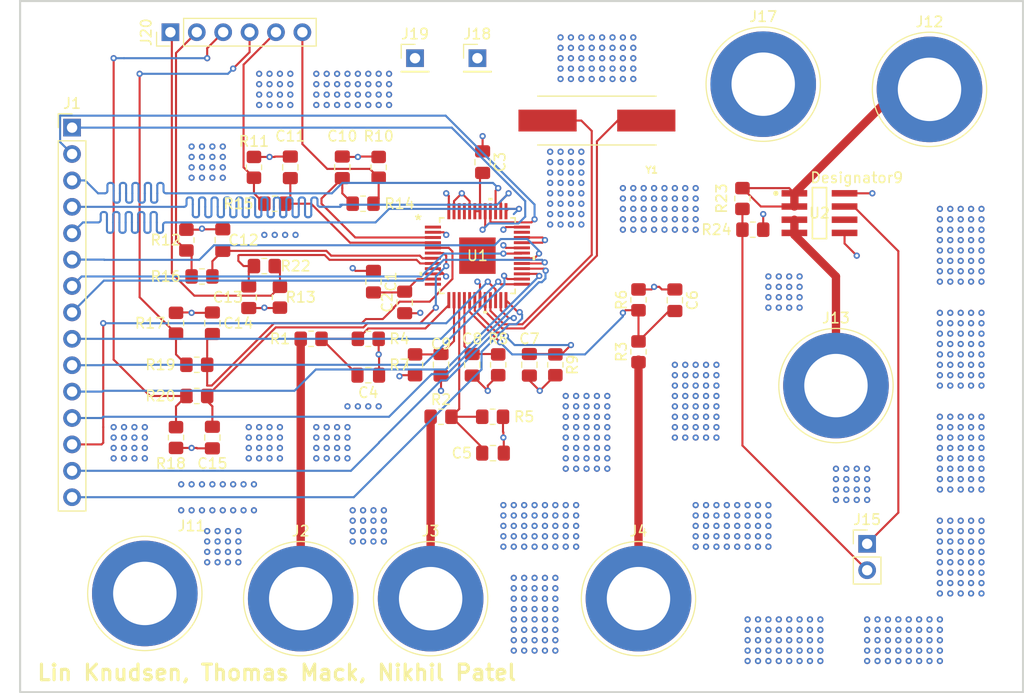
<source format=kicad_pcb>
(kicad_pcb (version 20240108) (generator "pcbnew") (generator_version "8.0")
  (layers (0 "F.Cu" signal) (1 "In1.Cu" power "GND") (2 "In2.Cu" power "Power") (31 "B.Cu" signal) (34 "B.Paste" user) (35 "F.Paste" user) (36 "B.SilkS" user "B.Silkscreen") (37 "F.SilkS" user "F.Silkscreen") (38 "B.Mask" user) (39 "F.Mask" user) (44 "Edge.Cuts" user))
  (net 0 "")
  (net 1 "GND")
  (net 2 "Net-(U1-Vref)")
  (net 3 "Net-(C3-Pad2)")
  (net 4 "Net-(U1-V1N)")
  (net 5 "/~CS")
  (net 6 "/ZX1")
  (net 7 "/ZX2")
  (net 8 "/IRQ1")
  (net 9 "/SCLK")
  (net 10 "/CF3")
  (net 11 "/~RESET")
  (net 12 "/CF4")
  (net 13 "/IRQ0")
  (net 14 "/CF1")
  (net 15 "/MISO")
  (net 16 "/MOSI")
  (net 17 "/CF2")
  (net 18 "/ZX0")
  (net 19 "/WARN")
  (net 20 "Net-(J2-Pin_1)")
  (net 21 "Net-(J3-Pin_1)")
  (net 22 "Net-(J4-Pin_1)")
  (net 23 "/DC Sense/DC_I_P")
  (net 24 "/DC Sense/DC_I_N")
  (net 25 "/DC Sense/DC_V_SENSE")
  (net 26 "/DC Sense/DC_I_SENSE_V")
  (net 27 "+3.3V")
  (net 28 "Net-(U1-OSCI)")
  (net 31 "Net-(U1-OSCO)")
  (net 32 "GNDA")
  (net 33 "+3.3VA")
  (net 37 "/AC Current Sense/IA+")
  (net 38 "/AC Current Sense/IA-")
  (net 39 "/AC Current Sense/IC+")
  (net 40 "/AC Current Sense/IC-")
  (net 41 "/AC Current Sense/IB+")
  (net 42 "/AC Current Sense/IB-")
  (net 43 "Net-(U1-V3N)")
  (net 44 "Net-(U1-V2N)")
  (net 45 "I1P")
  (net 46 "V1P")
  (net 47 "V2P")
  (net 48 "V3P")
  (net 49 "I1N")
  (net 50 "I2P")
  (net 51 "I2N")
  (net 52 "I3P")
  (net 53 "I3N")
  (footprint "Resistor_SMD:R_0805_2012Metric_Pad1.20x1.40mm_HandSolder" (layer "F.Cu") (at 67.5 42)
    (property "Reference" "R4")
    (property "Value" "16.9kohm")
  )
  (footprint "Capacitor_SMD:C_0805_2012Metric_Pad1.18x1.45mm_HandSolder" (layer "F.Cu") (at 97 38.2875 -90)
    (property "Reference" "C6")
    (property "Value" "1800pF")
  )
  (footprint "Connector:Banana_Jack_1Pin" (layer "F.Cu") (at 93.5 67)
    (property "Reference" "J4")
    (property "Value" "UC")
  )
  (footprint "Capacitor_SMD:C_0805_2012Metric_Pad1.18x1.45mm_HandSolder" (layer "F.Cu") (at 78.5 25 -90)
    (property "Reference" "C3")
    (property "Value" "10u")
  )
  (footprint "Resistor_SMD:R_0805_2012Metric_Pad1.20x1.40mm_HandSolder" (layer "F.Cu") (at 51.5 36 180)
    (property "Reference" "R16")
    (property "Value" "1kohm")
  )
  (footprint "Resistor_SMD:R_0805_2012Metric_Pad1.20x1.40mm_HandSolder" (layer "F.Cu") (at 50 32.5 -90)
    (property "Reference" "R12")
    (property "Value" "2.4ohm")
  )
  (footprint "Capacitor_SMD:C_0805_2012Metric_Pad1.18x1.45mm_HandSolder" (layer "F.Cu") (at 68 36.5 -90)
    (property "Reference" "C1")
    (property "Value" "0.1u")
  )
  (footprint "Resistor_SMD:R_0805_2012Metric_Pad1.20x1.40mm_HandSolder" (layer "F.Cu") (at 57.5 35)
    (property "Reference" "R22")
    (property "Value" "1kohm")
  )
  (footprint "Resistor_SMD:R_0805_2012Metric_Pad1.20x1.40mm_HandSolder" (layer "F.Cu") (at 104.5 31.5)
    (property "Reference" "R24")
    (property "Value" "1k")
  )
  (footprint "Resistor_SMD:R_0805_2012Metric_Pad1.20x1.40mm_HandSolder" (layer "F.Cu") (at 49 51.5 -90)
    (property "Reference" "R18")
    (property "Value" "2.4ohm")
  )
  (footprint "Resistor_SMD:R_0805_2012Metric_Pad1.20x1.40mm_HandSolder" (layer "F.Cu") (at 93.5 38.25 90)
    (property "Reference" "R6")
    (property "Value" "16.9kohm")
  )
  (footprint "Connector_PinHeader_2.54mm:PinHeader_1x06_P2.54mm_Vertical" (layer "F.Cu") (at 48.46 12.5 90)
    (property "Reference" "J20")
    (property "Value" "AC Current Header")
  )
  (footprint "Capacitor_SMD:C_0805_2012Metric_Pad1.18x1.45mm_HandSolder" (layer "F.Cu") (at 52.5 51.5 90)
    (property "Reference" "C15")
    (property "Value" "1800pF")
  )
  (footprint "Capacitor_SMD:C_0805_2012Metric_Pad1.18x1.45mm_HandSolder" (layer "F.Cu") (at 56 38 90)
    (property "Reference" "C13")
    (property "Value" "1800pF")
  )
  (footprint "ABLS_16_384MHZ_B4_T:XTAL_ABLS-16.384MHZ-B4-T" (layer "F.Cu") (at 89.5 21 180)
    (property "Reference" "Y1")
    (property "Value" "Crystal")
  )
  (footprint "Connector:Banana_Jack_1Pin" (layer "F.Cu") (at 61 67)
    (property "Reference" "J2")
    (property "Value" "UA")
  )
  (footprint "ATM90E32AS_AU_R:TQFP48_7x7MC_MCH-M" (layer "F.Cu") (at 78 34)
    (property "Reference" "U1")
    (property "Value" "ATM90E32AS-AU-R")
  )
  (footprint "Resistor_SMD:R_0805_2012Metric_Pad1.20x1.40mm_HandSolder" (layer "F.Cu") (at 58.5 29 180)
    (property "Reference" "R15")
    (property "Value" "1kohm")
  )
  (footprint "Capacitor_SMD:C_0805_2012Metric_Pad1.18x1.45mm_HandSolder" (layer "F.Cu") (at 52.5 40.5 90)
    (property "Reference" "C14")
    (property "Value" "1800pF")
  )
  (footprint "Resistor_SMD:R_0805_2012Metric_Pad1.20x1.40mm_HandSolder" (layer "F.Cu") (at 56.5 25.5 90)
    (property "Reference" "R11")
    (property "Value" "2.4ohm")
  )
  (footprint "Resistor_SMD:R_0805_2012Metric_Pad1.20x1.40mm_HandSolder" (layer "F.Cu") (at 103.5 28.5 -90)
    (property "Reference" "R23")
    (property "Value" "16.9k")
  )
  (footprint "Connector_PinHeader_2.54mm:PinHeader_1x01_P2.54mm_Vertical" (layer "F.Cu") (at 78 15)
    (property "Reference" "J18")
    (property "Value" "+3.3V")
  )
  (footprint "Resistor_SMD:R_0805_2012Metric_Pad1.20x1.40mm_HandSolder" (layer "F.Cu") (at 85.5 44.5 -90)
    (property "Reference" "R9")
    (property "Value" "1kohm")
  )
  (footprint "Resistor_SMD:R_0805_2012Metric_Pad1.20x1.40mm_HandSolder" (layer "F.Cu") (at 67 29)
    (property "Reference" "R14")
    (property "Value" "1kohm")
  )
  (footprint "Connector:Banana_Jack_1Pin" (layer "F.Cu") (at 46 66.5)
    (property "Reference" "J11")
    (property "Value" "UN")
  )
  (footprint "Connector_PinHeader_2.54mm:PinHeader_1x15_P2.54mm_Vertical" (layer "F.Cu") (at 39 21.68)
    (property "Reference" "J1")
    (property "Value" "AC Sensor Header")
  )
  (footprint "Capacitor_SMD:C_0805_2012Metric_Pad1.18x1.45mm_HandSolder" (layer "F.Cu") (at 83 44.5 -90)
    (property "Reference" "C7")
    (property "Value" "1800pF")
  )
  (footprint "Resistor_SMD:R_0805_2012Metric_Pad1.20x1.40mm_HandSolder" (layer "F.Cu") (at 62 42)
    (property "Reference" "R1")
    (property "Value" "4Mohm")
  )
  (footprint "Resistor_SMD:R_0805_2012Metric_Pad1.20x1.40mm_HandSolder" (layer "F.Cu") (at 80 44.5 -90)
    (property "Reference" "R8")
    (property "Value" "1kohm")
  )
  (footprint "Capacitor_SMD:C_0805_2012Metric_Pad1.18x1.45mm_HandSolder" (layer "F.Cu") (at 53.5 32.5 90)
    (property "Reference" "C12")
    (property "Value" "1800pF")
  )
  (footprint "TMCS1108A3U:D0008A-IPC_A" (layer "F.Cu") (at 110.913599 29.905)
    (property "Reference" "U2")
    (property "Value" "TMCS1108A3UQDR")
  )
  (footprint "Resistor_SMD:R_0805_2012Metric_Pad1.20x1.40mm_HandSolder" (layer "F.Cu") (at 72 44.5 -90)
    (property "Reference" "R7")
    (property "Value" "1kohm")
  )
  (footprint "Capacitor_SMD:C_0805_2012Metric_Pad1.18x1.45mm_HandSolder" (layer "F.Cu") (at 79.5 53 180)
    (property "Reference" "C5")
    (property "Value" "1800pF")
  )
  (footprint "Resistor_SMD:R_0805_2012Metric_Pad1.20x1.40mm_HandSolder" (layer "F.Cu") (at 49 40.5 -90)
    (property "Reference" "R17")
    (property "Value" "2.4ohm")
  )
  (footprint "Resistor_SMD:R_0805_2012Metric_Pad1.20x1.40mm_HandSolder" (layer "F.Cu") (at 51 44.5 180)
    (property "Reference" "R19")
    (property "Value" "1kohm")
  )
  (footprint "Resistor_SMD:R_0805_2012Metric_Pad1.20x1.40mm_HandSolder" (layer "F.Cu") (at 59 38 -90)
    (property "Reference" "R13")
    (property "Value" "2.4ohm")
  )
  (footprint "Connector_PinHeader_2.54mm:PinHeader_1x01_P2.54mm_Vertical" (layer "F.Cu") (at 72 15)
    (property "Reference" "J19")
    (property "Value" "GND Header")
  )
  (footprint "Resistor_SMD:R_0805_2012Metric_Pad1.20x1.40mm_HandSolder" (layer "F.Cu") (at 74.5 49.5)
    (property "Reference" "R2")
    (property "Value" "4Mohm")
  )
  (footprint "Resistor_SMD:R_0805_2012Metric_Pad1.20x1.40mm_HandSolder" (layer "F.Cu") (at 79.4625 49.5)
    (property "Reference" "R5")
    (property "Value" "16.9kohm")
  )
  (footprint "Connector:Banana_Jack_1Pin" (layer "F.Cu") (at 73.5 67)
    (property "Reference" "J3")
    (property "Value" "UB")
  )
  (footprint "Connector:Banana_Jack_1Pin" (layer "F.Cu") (at 105.5 17.5)
    (property "Reference" "J17")
    (property "Value" "GND Jack")
  )
  (footprint "Capacitor_SMD:C_0805_2012Metric_Pad1.18x1.45mm_HandSolder" (layer "F.Cu") (at 71 38.5 90)
    (property "Reference" "C2")
    (property "Value" "4.7u")
  )
  (footprint "Connector:Banana_Jack_1Pin" (layer "F.Cu") (at 112.5 46.5)
    (property "Reference" "J13")
    (property "Value" "DC_I_N")
  )
  (footprint "Resistor_SMD:R_0805_2012Metric_Pad1.20x1.40mm_HandSolder" (layer "F.Cu") (at 93.5 43.25 90)
    (property "Reference" "R3")
    (property "Value" "4Mohm")
  )
  (footprint "Capacitor_SMD:C_0805_2012Metric_Pad1.18x1.45mm_HandSolder" (layer "F.Cu") (at 67.5 45.5 180)
    (property "Reference" "C4")
    (property "Value" "1800pF")
  )
  (footprint "Capacitor_SMD:C_0805_2012Metric_Pad1.18x1.45mm_HandSolder" (layer "F.Cu") (at 74.5 44.5 -90)
    (property "Reference" "C9")
    (property "Value" "1800pF")
  )
  (footprint "Capacitor_SMD:C_0805_2012Metric_Pad1.18x1.45mm_HandSolder" (layer "F.Cu") (at 77.5 44.5 -90)
    (property "Reference" "C8")
    (property "Value" "1800pF")
  )
  (footprint "Capacitor_SMD:C_0805_2012Metric_Pad1.18x1.45mm_HandSolder" (layer "F.Cu") (at 65 25.5 90)
    (property "Reference" "C10")
    (property "Value" "1800pF")
  )
  (footprint "Resistor_SMD:R_0805_2012Metric_Pad1.20x1.40mm_HandSolder" (layer "F.Cu") (at 51 47.5 180)
    (property "Reference" "R20")
    (property "Value" "1kohm")
  )
  (footprint "Resistor_SMD:R_0805_2012Metric_Pad1.20x1.40mm_HandSolder" (layer "F.Cu") (at 68.5 25.5 -90)
    (property "Reference" "R10")
    (property "Value" "2.4ohm")
  )
  (footprint "Connector:Banana_Jack_1Pin" (layer "F.Cu") (at 121.5 18)
    (property "Reference" "J12")
    (property "Value" "DC_I_P")
  )
  (footprint "Capacitor_SMD:C_0805_2012Metric_Pad1.18x1.45mm_HandSolder" (layer "F.Cu") (at 60 25.5 -90)
    (property "Reference" "C11")
    (property "Value" "1800pF")
  )
  (footprint "Connector_PinHeader_2.54mm:PinHeader_1x02_P2.54mm_Vertical" (layer "F.Cu") (at 115.5 61.725)
    (property "Reference" "J15")
    (property "Value" "DC Current and Voltage Sensors")
  )
  (gr_rect (start 34 9.5) (end 130.5 76) (stroke (width 0.2)) (fill none) (layer "Edge.Cuts"))
  (gr_text "Lin Knudsen, Thomas Mack, Nikhil Patel" (at 35.5 75 0) (layer "F.SilkS") (effects (font (size 1.5 1.5) (thickness 0.3) (bold yes)) (justify left bottom)))
  (segment (start 93.5 37.25) (end 94.75 37.25) (width 0.2) (layer "F.Cu") (net 1))
  (segment (start 83 46) (end 84 47) (width 0.2) (layer "F.Cu") (net 1))
  (segment (start 80.75 31.25) (end 80.5 31.5) (width 0.2) (layer "F.Cu") (net 1))
  (segment (start 78.25 36.75) (end 78 36.5) (width 0.2) (layer "F.Cu") (net 1))
  (segment (start 65 24.5) (end 66.5 24.5) (width 0.2) (layer "F.Cu") (net 1))
  (segment (start 74.984499 36) (end 74.993775 36.009276) (width 0.2) (layer "F.Cu") (net 1))
  (segment (start 74.734498 35.749999) (end 73.7201 35.749999) (width 0.2) (layer "F.Cu") (net 1))
  (segment (start 74.993775 36.009276) (end 74.734498 35.749999) (width 0.2) (layer "F.Cu") (net 1))
  (segment (start 78.25 38.2799) (end 78.25 36.75) (width 0.2) (layer "F.Cu") (net 1))
  (segment (start 70.6 45.5) (end 70.5 45.6) (width 0.2) (layer "F.Cu") (net 1))
  (segment (start 49 39.4625) (end 50.4625 39.4625) (width 0.2) (layer "F.Cu") (net 1))
  (segment (start 68.5 24.4625) (end 66.5375 24.4625) (width 0.2) (layer "F.Cu") (net 1))
  (segment (start 66.2625 35.4625) (end 66 35.2) (width 0.2) (layer "F.Cu") (net 1))
  (segment (start 82.2799 33.249999) (end 80.749999 33.249999) (width 0.2) (layer "F.Cu") (net 1))
  (segment (start 58 24.5) (end 58.5 24.5) (width 0.2) (layer "F.Cu") (net 1))
  (segment (start 50.5 39.5) (end 52.5 39.5) (width 0.2) (layer "F.Cu") (net 1))
  (segment (start 51 52.5) (end 51.0375 52.5375) (width 0.2) (layer "F.Cu") (net 1))
  (segment (start 72.4625 39.5375) (end 72.5 39.5) (width 0.2) (layer "F.Cu") (net 1))
  (segment (start 50 31.5) (end 51.4 31.5) (width 0.2) (layer "F.Cu") (net 1))
  (segment (start 56 39.0375) (end 57.4625 39.0375) (width 0.2) (layer "F.Cu") (net 1))
  (segment (start 76.5 28) (end 77.249999 28.749999) (width 0.2) (layer "F.Cu") (net 1))
  (segment (start 56.5 24.5) (end 58 24.5) (width 0.2) (layer "F.Cu") (net 1))
  (segment (start 68.5 43.5) (end 68.5 42) (width 0.2) (layer "F.Cu") (net 1))
  (segment (start 58.9625 39.0375) (end 59 39) (width 0.2) (layer "F.Cu") (net 1))
  (segment (start 80.749999 33.249999) (end 80.5 33) (width 0.2) (layer "F.Cu") (net 1))
  (segment (start 94.75 37.25) (end 95 37) (width 0.2) (layer "F.Cu") (net 1))
  (segment (start 51.5625 31.4625) (end 53.5 31.4625) (width 0.2) (layer "F.Cu") (net 1))
  (segment (start 79 47) (end 79 46.5) (width 0.2) (layer "F.Cu") (net 1))
  (segment (start 80.5375 53) (end 80.5375 51.5375) (width 0.2) (layer "F.Cu") (net 1))
  (segment (start 95 37) (end 95.5 37) (width 0.2) (layer "F.Cu") (net 1))
  (segment (start 79 46.5) (end 80 45.5) (width 0.2) (layer "F.Cu") (net 1))
  (segment (start 74.5 45.5375) (end 74.5 47) (width 0.2) (layer "F.Cu") (net 1))
  (segment (start 105.5 31.5) (end 105.5 30) (width 0.2) (layer "F.Cu") (net 1))
  (segment (start 113.327198 32.827198) (end 114.5 34) (width 0.2) (layer "F.Cu") (net 1))
  (segment (start 51.5 31.4) (end 51.5625 31.4625) (width 0.2) (layer "F.Cu") (net 1))
  (segment (start 68.5375 45.5) (end 68.5375 43.5375) (width 0.2) (layer "F.Cu") (net 1))
  (segment (start 80.5375 51.5375) (end 80.5 51.5) (width 0.2) (layer "F.Cu") (net 1))
  (segment (start 78.5 23.9625) (end 78.5 22.5) (width 0.2) (layer "F.Cu") (net 1))
  (segment (start 80.5 51) (end 80.4625 50.9625) (width 0.2) (layer "F.Cu") (net 1))
  (segment (start 77.5375 45.5375) (end 79 47) (width 0.2) (layer "F.Cu") (net 1))
  (segment (start 68 35.4625) (end 66.2625 35.4625) (width 0.2) (layer "F.Cu") (net 1))
  (segment (start 77.249999 28.749999) (end 77.249999 29.7201) (width 0.2) (layer "F.Cu") (net 1))
  (segment (start 71 39.5375) (end 72.4625 39.5375) (width 0.2) (layer "F.Cu") (net 1))
  (segment (start 50.5 52.5) (end 51 52.5) (width 0.2) (layer "F.Cu") (net 1))
  (segment (start 57.4625 39.0375) (end 57.5 39) (width 0.2) (layer "F.Cu") (net 1))
  (segment (start 66.5375 24.4625) (end 66.5 24.5) (width 0.2) (layer "F.Cu") (net 1))
  (segment (start 56 39.0375) (end 58.9625 39.0375) (width 0.2) (layer "F.Cu") (net 1))
  (segment (start 75.749999 29.7201) (end 75.749999 28.750001) (width 0.2) (layer "F.Cu") (net 1))
  (segment (start 74.993775 36.009276) (end 74.234499 35.25) (width 0.2) (layer "F.Cu") (net 1))
  (segment (start 84 47) (end 85.5 45.5) (width 0.2) (layer "F.Cu") (net 1))
  (segment (start 58.5375 24.4625) (end 60 24.4625) (width 0.2) (layer "F.Cu") (net 1))
  (segment (start 72 45.5) (end 70.6 45.5) (width 0.2) (layer "F.Cu") (net 1))
  (segment (start 80.5 51.5) (end 80.5 51) (width 0.2) (layer "F.Cu") (net 1))
  (segment (start 95.5 37) (end 95.75 37.25) (width 0.2) (layer "F.Cu") (net 1))
  (segment (start 49 52.5) (end 50.5 52.5) (width 0.2) (layer "F.Cu") (net 1))
  (segment (start 51.0375 52.5375) (end 52.5 52.5375) (width 0.2) (layer "F.Cu") (net 1))
  (segment (start 74.749999 31.749999) (end 75 32) (width 0.2) (layer "F.Cu") (net 1))
  (segment (start 73.7201 31.749999) (end 74.749999 31.749999) (width 0.2) (layer "F.Cu") (net 1))
  (segment (start 58.5 24.5) (end 58.5375 24.4625) (width 0.2) (layer "F.Cu") (net 1))
  (segment (start 77.5 45.5375) (end 77.5375 45.5375) (width 0.2) (layer "F.Cu") (net 1))
  (segment (start 51.4 31.5) (end 51.5 31.4) (width 0.2) (layer "F.Cu") (net 1))
  (segment (start 95.75 37.25) (end 97 37.25) (width 0.2) (layer "F.Cu") (net 1))
  (segment (start 50.4625 39.4625) (end 50.5 39.5) (width 0.2) (layer "F.Cu") (net 1))
  (segment (start 82.2799 31.25) (end 80.75 31.25) (width 0.2) (layer "F.Cu") (net 1))
  (segment (start 83 45.5375) (end 83 46) (width 0.2) (layer "F.Cu") (net 1))
  (segment (start 75.749999 28.750001) (end 76.5 28) (width 0.2) (layer "F.Cu") (net 1))
  (segment (start 113.327198 31.81) (end 113.327198 32.827198) (width 0.2) (layer "F.Cu") (net 1))
  (segment (start 74.234499 35.25) (end 73.7201 35.25) (width 0.2) (layer "F.Cu") (net 1))
  (segment (start 80.4625 50.9625) (end 80.4625 49.5) (width 0.2) (layer "F.Cu") (net 1))
  (segment (start 68.5375 43.5375) (end 68.5 43.5) (width 0.2) (layer "F.Cu") (net 1))
  (via (at 90.5 52.5) (size 0.6) (drill 0.3) (layers "F.Cu" "B.Cu") (net 1))
  (via (at 88.5 52.5) (size 0.6) (drill 0.3) (layers "F.Cu" "B.Cu") (net 1))
  (via (at 98 48.5) (size 0.6) (drill 0.3) (layers "F.Cu" "B.Cu") (net 1))
  (via (at 126.5 52.5) (size 0.6) (drill 0.3) (layers "F.Cu" "B.Cu") (net 1))
  (via (at 98 51.5) (size 0.6) (drill 0.3) (layers "F.Cu" "B.Cu") (net 1))
  (via (at 125.5 53.5) (size 0.6) (drill 0.3) (layers "F.Cu" "B.Cu") (net 1))
  (via (at 102 58) (size 0.6) (drill 0.3) (layers "F.Cu" "B.Cu") (net 1))
  (via (at 108 72) (size 0.6) (drill 0.3) (layers "F.Cu" "B.Cu") (net 1))
  (via (at 89 13) (size 0.6) (drill 0.3) (layers "F.Cu" "B.Cu") (net 1))
  (via (at 99 47.5) (size 0.6) (drill 0.3) (layers "F.Cu" "B.Cu") (net 1))
  (via (at 105 61) (size 0.6) (drill 0.3) (layers "F.Cu" "B.Cu") (net 1))
  (via (at 53.5 24.5) (size 0.6) (drill 0.3) (layers "F.Cu" "B.Cu") (net 1))
  (via (at 125.5 44.5) (size 0.6) (drill 0.3) (layers "F.Cu" "B.Cu") (net 1))
  (via (at 93 29.5) (size 0.6) (drill 0.3) (layers "F.Cu" "B.Cu") (net 1))
  (via (at 125.5 31.5) (size 0.6) (drill 0.3) (layers "F.Cu" "B.Cu") (net 1))
  (via (at 106 62) (size 0.6) (drill 0.3) (layers "F.Cu" "B.Cu") (net 1))
  (via (at 58 24.5) (size 0.6) (drill 0.3) (layers "F.Cu" "B.Cu") (net 1))
  (via (at 111 69) (size 0.6) (drill 0.3) (layers "F.Cu" "B.Cu") (net 1))
  (via (at 88.5 53.5) (size 0.6) (drill 0.3) (layers "F.Cu" "B.Cu") (net 1))
  (via (at 80.5 60) (size 0.6) (drill 0.3) (layers "F.Cu" "B.Cu") (net 1))
  (via (at 84.5 71) (size 0.6) (drill 0.3) (layers "F.Cu" "B.Cu") (net 1))
  (via (at 65.5 50.5) (size 0.6) (drill 0.3) (layers "F.Cu" "B.Cu") (net 1))
  (via (at 83.5 61) (size 0.6) (drill 0.3) (layers "F.Cu" "B.Cu") (net 1))
  (via (at 63.5 50.5) (size 0.6) (drill 0.3) (layers "F.Cu" "B.Cu") (net 1))
  (via (at 109 39) (size 0.6) (drill 0.3) (layers "F.Cu" "B.Cu") (net 1))
  (via (at 126.5 51.5) (size 0.6) (drill 0.3) (layers "F.Cu" "B.Cu") (net 1))
  (via (at 58.5 32) (size 0.6) (drill 0.3) (layers "F.Cu" "B.Cu") (net 1))
  (via (at 50.5 26.5) (size 0.6) (drill 0.3) (layers "F.Cu" "B.Cu") (net 1))
  (via (at 126.5 54.5) (size 0.6) (drill 0.3) (layers "F.Cu" "B.Cu") (net 1))
  (via (at 115.5 71) (size 0.6) (drill 0.3) (layers "F.Cu" "B.Cu") (net 1))
  (via (at 96 28.5) (size 0.6) (drill 0.3) (layers "F.Cu" "B.Cu") (net 1))
  (via (at 81.5 70) (size 0.6) (drill 0.3) (layers "F.Cu" "B.Cu") (net 1))
  (via (at 84.5 65) (size 0.6) (drill 0.3) (layers "F.Cu" "B.Cu") (net 1))
  (via (at 122.5 70) (size 0.6) (drill 0.3) (layers "F.Cu" "B.Cu") (net 1))
  (via (at 68.5 19.5) (size 0.6) (drill 0.3) (layers "F.Cu" "B.Cu") (net 1))
  (via (at 93 27.5) (size 0.6) (drill 0.3) (layers "F.Cu" "B.Cu") (net 1))
  (via (at 123.5 55.5) (size 0.6) (drill 0.3) (layers "F.Cu" "B.Cu") (net 1))
  (via (at 122.5 73) (size 0.6) (drill 0.3) (layers "F.Cu" "B.Cu") (net 1))
  (via (at 63.5 53.5) (size 0.6) (drill 0.3) (layers "F.Cu" "B.Cu") (net 1))
  (via (at 123.5 32.5) (size 0.6) (drill 0.3) (layers "F.Cu" "B.Cu") (net 1))
  (via (at 53.5 56) (size 0.6) (drill 0.3) (layers "F.Cu" "B.Cu") (net 1))
  (via (at 121.5 69) (size 0.6) (drill 0.3) (layers "F.Cu" "B.Cu") (net 1))
  (via (at 104 61) (size 0.6) (drill 0.3) (layers "F.Cu" "B.Cu") (net 1))
  (via (at 123.5 43.5) (size 0.6) (drill 0.3) (layers "F.Cu" "B.Cu") (net 1))
  (via (at 88 14) (size 0.6) (drill 0.3) (layers "F.Cu" "B.Cu") (net 1))
  (via (at 123.5 36.5) (size 0.6) (drill 0.3) (layers "F.Cu" "B.Cu") (net 1))
  (via (at 52.5 23.5) (size 0.6) (drill 0.3) (layers "F.Cu" "B.Cu") (net 1))
  (via (at 64.5 50.5) (size 0.6) (drill 0.3) (layers "F.Cu" "B.Cu") (net 1))
  (via (at 82.5 61) (size 0.6) (drill 0.3) (layers "F.Cu" "B.Cu") (net 1))
  (via (at 56 50.5) (size 0.6) (drill 0.3) (layers "F.Cu" "B.Cu") (net 1))
  (via (at 107 70) (size 0.6) (drill 0.3) (layers "F.Cu" "B.Cu") (net 1))
  (via (at 104 70) (size 0.6) (drill 0.3) (layers "F.Cu" "B.Cu") (net 1))
  (via (at 111 73) (size 0.6) (drill 0.3) (layers "F.Cu" "B.Cu") (net 1))
  (via (at 124.5 61.5) (size 0.6) (drill 0.3) (layers "F.Cu" "B.Cu") (net 1))
  (via (at 86 28) (size 0.6) (drill 0.3) (layers "F.Cu" "B.Cu") (net 1))
  (via (at 86 17) (size 0.6) (drill 0.3) (layers "F.Cu" "B.Cu") (net 1))
  (via (at 105 72) (size 0.6) (drill 0.3) (layers "F.Cu" "B.Cu") (net 1))
  (via (at 55 62.5) (size 0.6) (drill 0.3) (layers "F.Cu" "B.Cu") (net 1))
  (via (at 82.5 72) (size 0.6) (drill 0.3) (layers "F.Cu" "B.Cu") (net 1))
  (via (at 110 71) (size 0.6) (drill 0.3) (layers "F.Cu" "B.Cu") (net 1))
  (via (at 62.5 50.5) (size 0.6) (drill 0.3) (layers "F.Cu" "B.Cu") (net 1))
  (via (at 108 37) (size 0.6) (drill 0.3) (layers "F.Cu" "B.Cu") (net 1))
  (via (at 68 58.5) (size 0.6) (drill 0.3) (layers "F.Cu" "B.Cu") (net 1))
  (via (at 107 39) (size 0.6) (drill 0.3) (layers "F.Cu" "B.Cu") (net 1))
  (via (at 83.5 60) (size 0.6) (drill 0.3) (layers "F.Cu" "B.Cu") (net 1))
  (via (at 60 17.5) (size 0.6) (drill 0.3) (layers "F.Cu" "B.Cu") (net 1))
  (via (at 104 72) (size 0.6) (drill 0.3) (layers "F.Cu" "B.Cu") (net 1))
  (via (at 124.5 66.5) (size 0.6) (drill 0.3) (layers "F.Cu" "B.Cu") (net 1))
  (via (at 111 70) (size 0.6) (drill 0.3) (layers "F.Cu" "B.Cu") (net 1))
  (via (at 91 17) (size 0.6) (drill 0.3) (layers "F.Cu" "B.Cu") (net 1))
  (via (at 95 29.5) (size 0.6) (drill 0.3) (layers "F.Cu" "B.Cu") (net 1))
  (via (at 58 50.5) (size 0.6) (drill 0.3) (layers "F.Cu" "B.Cu") (net 1))
  (via (at 58 19.5) (size 0.6) (drill 0.3) (layers "F.Cu" "B.Cu") (net 1))
  (via (at 56.5 56) (size 0.6) (drill 0.3) (layers "F.Cu" "B.Cu") (net 1))
  (via (at 101 62) (size 0.6) (drill 0.3) (layers "F.Cu" "B.Cu") (net 1))
  (via (at 93 13) (size 0.6) (drill 0.3) (layers "F.Cu" "B.Cu") (net 1))
  (via (at 82.5 71) (size 0.6) (drill 0.3) (layers "F.Cu" "B.Cu") (net 1))
  (via (at 125.5 34.5) (size 0.6) (drill 0.3) (layers "F.Cu" "B.Cu") (net 1))
  (via (at 126.5 64.5) (size 0.6) (drill 0.3) (layers "F.Cu" "B.Cu") (net 1))
  (via (at 94 27.5) (size 0.6) (drill 0.3) (layers "F.Cu" "B.Cu") (net 1))
  (via (at 124.5 33.5) (size 0.6) (drill 0.3) (layers "F.Cu" "B.Cu") (net 1))
  (via (at 113.5 55.5) (size 0.6) (drill 0.3) (layers "F.Cu" "B.Cu") (net 1))
  (via (at 126.5 36.5) (size 0.6) (drill 0.3) (layers "F.Cu" "B.Cu") (net 1))
  (via (at 87 16) (size 0.6) (drill 0.3) (layers "F.Cu" "B.Cu") (net 1))
  (via (at 115.5 56.5) (size 0.6) (drill 0.3) (layers "F.Cu" "B.Cu") (net 1))
  (via (at 53.5 58.5) (size 0.6) (drill 0.3) (layers "F.Cu" "B.Cu") (net 1))
  (via (at 96 31.5) (size 0.6) (drill 0.3) (layers "F.Cu" "B.Cu") (net 1))
  (via (at 52.5 26.5) (size 0.6) (drill 0.3) (layers "F.Cu" "B.Cu") (net 1))
  (via (at 92 29.5) (size 0.6) (drill 0.3) (layers "F.Cu" "B.Cu") (net 1))
  (via (at 123.5 63.5) (size 0.6) (drill 0.3) (layers "F.Cu" "B.Cu") (net 1))
  (via (at 46 53.5) (size 0.6) (drill 0.3) (layers "F.Cu" "B.Cu") (net 1))
  (via (at 94 30.5) (size 0.6) (drill 0.3) (layers "F.Cu" "B.Cu") (net 1))
  (via (at 50.5 23.5) (size 0.6) (drill 0.3) (layers "F.Cu" "B.Cu") (net 1))
  (via (at 99 27.5) (size 0.6) (drill 0.3) (layers "F.Cu" "B.Cu") (net 1))
  (via (at 101 50.5) (size 0.6) (drill 0.3) (layers "F.Cu" "B.Cu") (net 1))
  (via (at 68.5 17.5) (size 0.6) (drill 0.3) (layers "F.Cu" "B.Cu") (net 1))
  (via (at 122.5 56.5) (size 0.6) (drill 0.3) (layers "F.Cu" "B.Cu") (net 1))
  (via (at 123.5 51.5) (size 0.6) (drill 0.3) (layers "F.Cu" "B.Cu") (net 1))
  (via (at 112.5 55.5) (size 0.6) (drill 0.3) (layers "F.Cu" "B.Cu") (net 1))
  (via (at 65.5 16.5) (size 0.6) (drill 0.3) (layers "F.Cu" "B.Cu") (net 1))
  (via (at 126.5 46.5) (size 0.6) (drill 0.3) (layers "F.Cu" "B.Cu") (net 1))
  (via (at 99 61) (size 0.6) (drill 0.3) (layers "F.Cu" "B.Cu") (net 1))
  (via (at 122.5 62.5) (size 0.6) (drill 0.3) (layers "F.Cu" "B.Cu") (net 1))
  (via (at 106 70) (size 0.6) (drill 0.3) (layers "F.Cu" "B.Cu") (net 1))
  (via (at 54 63.5) (size 0.6) (drill 0.3) (layers "F.Cu" "B.Cu") (net 1))
  (via (at 125.5 59.5) (size 0.6) (drill 0.3) (layers "F.Cu" "B.Cu") (net 1))
  (via (at 57 53.5) (size 0.6) (drill 0.3) (layers "F.Cu" "B.Cu") (net 1))
  (via (at 111 72) (size 0.6) (drill 0.3) (layers "F.Cu" "B.Cu") (net 1))
  (via (at 87.5 50.5) (size 0.6) (drill 0.3) (layers "F.Cu" "B.Cu") (net 1))
  (via (at 123.5 56.5) (size 0.6) (drill 0.3) (layers "F.Cu" "B.Cu") (net 1))
  (via (at 126.5 43.5) (size 0.6) (drill 0.3) (layers "F.Cu" "B.Cu") (net 1))
  (via (at 119.5 69) (size 0.6) (drill 0.3) (layers "F.Cu" "B.Cu") (net 1))
  (via (at 90.5 48.5) (size 0.6) (drill 0.3) (layers "F.Cu" "B.Cu") (net 1))
  (via (at 115.5 69) (size 0.6) (drill 0.3) (layers "F.Cu" "B.Cu") (net 1))
  (via (at 83.5 72) (size 0.6) (drill 0.3) (layers "F.Cu" "B.Cu") (net 1))
  (via (at 117.5 73) (size 0.6) (drill 0.3) (layers "F.Cu" "B.Cu") (net 1))
  (via (at 64.5 18.5) (size 0.6) (drill 0.3) (layers "F.Cu" "B.Cu") (net 1))
  (via (at 92 14) (size 0.6) (drill 0.3) (layers "F.Cu" "B.Cu") (net 1))
  (via (at 102 61) (size 0.6) (drill 0.3) (layers "F.Cu" "B.Cu") (net 1))
  (via (at 106 38) (size 0.6) (drill 0.3) (layers "F.Cu" "B.Cu") (net 1))
  (via (at 125.5 62.5) (size 0.6) (drill 0.3) (layers "F.Cu" "B.Cu") (net 1))
  (via (at 122.5 66.5) (size 0.6) (drill 0.3) (layers "F.Cu" "B.Cu") (net 1))
  (via (at 90 16) (size 0.6) (drill 0.3) (layers "F.Cu" "B.Cu") (net 1))
  (via (at 100 62) (size 0.6) (drill 0.3) (layers "F.Cu" "B.Cu") (net 1))
  (via (at 88 31) (size 0.6) (drill 0.3) (layers "F.Cu" "B.Cu") (net 1))
  (via (at 105 73) (size 0.6) (drill 0.3) (layers "F.Cu" "B.Cu") (net 1))
  (via (at 116.5 72) (size 0.6) (drill 0.3) (layers "F.Cu" "B.Cu") (net 1))
  (via (at 115.5 55.5) (size 0.6) (drill 0.3) (layers "F.Cu" "B.Cu") (net 1))
  (via (at 124.5 45.5) (size 0.6) (drill 0.3) (layers "F.Cu" "B.Cu") (net 1))
  (via (at 126.5 40.5) (size 0.6) (drill 0.3) (layers "F.Cu" "B.Cu") (net 1))
  (via (at 62.5 52.5) (size 0.6) (drill 0.3) (layers "F.Cu" "B.Cu") (net 1))
  (via (at 123.5 30.5) (size 0.6) (drill 0.3) (layers "F.Cu" "B.Cu") (net 1))
  (via (at 44 52.5) (size 0.6) (drill 0.3) (layers "F.Cu" "B.Cu") (net 1))
  (via (at 126.5 42.5) (size 0.6) (drill 0.3) (layers "F.Cu" "B.Cu") (net 1))
  (via (at 67.5 48.5) (size 0.6) (drill 0.3) (layers "F.Cu" "B.Cu") (net 1))
  (via (at 81.5 65) (size 0.6) (drill 0.3) (layers "F.Cu" "B.Cu") (net 1))
  (via (at 93 30.5) (size 0.6) (drill 0.3) (layers "F.Cu" "B.Cu") (net 1))
  (via (at 92 16) (size 0.6) (drill 0.3) (layers "F.Cu" "B.Cu") (net 1))
  (via (at 51.5 56) (size 0.6) (drill 0.3) (layers "F.Cu" "B.Cu") (net 1))
  (via (at 89.5 49.5) (size 0.6) (drill 0.3) (layers "F.Cu" "B.Cu") (net 1))
  (via (at 117.5 70) (size 0.6) (drill 0.3) (layers "F.Cu" "B.Cu") (net 1))
  (via (at 43 52.5) (size 0.6) (drill 0.3) (layers "F.Cu" "B.Cu") (net 1))
  (via (at 114.5 34) (size 0.6) (drill 0.3) (layers "F.Cu" "B.Cu") (net 1))
  (via (at 123.5 41.5) (size 0.6) (drill 0.3) (layers "F.Cu" "B.Cu") (net 1))
  (via (at 56 53.5) (size 0.6) (drill 0.3) (layers "F.Cu" "B.Cu") (net 1))
  (via (at 83.5 69) (size 0.6) (drill 0.3) (layers "F.Cu" "B.Cu") (net 1))
  (via (at 83.5 58) (size 0.6) (drill 0.3) (layers "F.Cu" "B.Cu") (net 1))
  (via (at 85 27) (size 0.6) (drill 0.3) (layers "F.Cu" "B.Cu") (net 1))
  (via (at 124.5 42.5) (size 0.6) (drill 0.3) (layers "F.Cu" "B.Cu") (net 1))
  (via (at 89 17) (size 0.6) (drill 0.3) (layers "F.Cu" "B.Cu") (net 1))
  (via (at 100 61) (size 0.6) (drill 0.3) (layers "F.Cu" "B.Cu") (net 1))
  (via (at 81.5 62) (size 0.6) (drill 0.3) (layers "F.Cu" "B.Cu") (net 1))
  (via (at 123.5 46.5) (size 0.6) (drill 0.3) (layers "F.Cu" "B.Cu") (net 1))
  (via (at 122.5 50.5) (size 0.6) (drill 0.3) (layers "F.Cu" "B.Cu") (net 1))
  (via (at 98 47.5) (size 0.6) (drill 0.3) (layers "F.Cu" "B.Cu") (net 1))
  (via (at 126.5 66.5) (size 0.6) (drill 0.3) (layers "F.Cu" "B.Cu") (net 1))
  (via (at 84.5 72) (size 0.6) (drill 0.3) (layers "F.Cu" "B.Cu") (net 1))
  (via (at 115.5 57.5) (size 0.6) (drill 0.3) (layers "F.Cu" "B.Cu") (net 1))
  (via (at 126.5 55.5) (size 0.6) (drill 0.3) (layers "F.Cu" "B.Cu") (net 1))
  (via (at 125.5 32.5) (size 0.6) (drill 0.3) (layers "F.Cu" "B.Cu") (net 1))
  (via (at 59 19.5) (size 0.6) (drill 0.3) (layers "F.Cu" "B.Cu") (net 1))
  (via (at 85.5 60) (size 0.6) (drill 0.3) (layers "F.Cu" "B.Cu") (net 1))
  (via (at 108 38) (size 0.6) (drill 0.3) (layers "F.Cu" "B.Cu") (net 1))
  (via (at 99 58) (size 0.6) (drill 0.3) (layers "F.Cu" "B.Cu") (net 1))
  (via (at 88 25) (size 0.6) (drill 0.3) (layers "F.Cu" "B.Cu") (net 1))
  (via (at 122.5 35.5) (size 0.6) (drill 0.3) (layers "F.Cu" "B.Cu") (net 1))
  (via (at 99 60) (size 0.6) (drill 0.3) (layers "F.Cu" "B.Cu") (net 1))
  (via (at 59 18.5) (size 0.6) (drill 0.3) (layers "F.Cu" "B.Cu") (net 1))
  (via (at 97 47.5) (size 0.6) (drill 0.3) (layers "F.Cu" "B.Cu") (net 1))
  (via (at 59 50.5) (size 0.6) (drill 0.3) (layers "F.Cu" "B.Cu") (net 1))
  (via (at 86.5 51.5) (size 0.6) (drill 0.3) (layers "F.Cu" "B.Cu") (net 1))
  (via (at 97 49.5) (size 0.6) (drill 0.3) (layers "F.Cu" "B.Cu") (net 1))
  (via (at 81.5 58) (size 0.6) (drill 0.3) (layers "F.Cu" "B.Cu") (net 1))
  (via (at 50.5 58.5) (size 0.6) (drill 0.3) (layers "F.Cu" "B.Cu") (net 1))
  (via (at 125.5 51.5) (size 0.6) (drill 0.3) (layers "F.Cu" "B.Cu") (net 1))
  (via (at 66.5 16.5) (size 0.6) (drill 0.3) (layers "F.Cu" "B.Cu") (net 1))
  (via (at 81.5 60) (size 0.6) (drill 0.3) (layers "F.Cu" "B.Cu") (net 1))
  (via (at 66 59.5) (size 0.6) (drill 0.3) (layers "F.Cu" "B.Cu") (net 1))
  (via (at 87.5 49.5) (size 0.6) (drill 0.3) (layers "F.Cu" "B.Cu") (net 1))
  (via (at 58 51.5) (size 0.6) (drill 0.3) (layers "F.Cu" "B.Cu") (net 1))
  (via (at 58 16.5) (size 0.6) (drill 0.3) (layers "F.Cu" "B.Cu") (net 1))
  (via (at 106 69) (size 0.6) (drill 0.3) (layers "F.Cu" "B.Cu") (net 1))
  (via (at 80.5 33) (size 0.6) (drill 0.3) (layers "F.Cu" "B.Cu") (net 1))
  (via (at 114.5 55.5) (size 0.6) (drill 0.3) (layers "F.Cu" "B.Cu") (net 1))
  (via (at 125.5 33.5) (size 0.6) (drill 0.3) (layers "F.Cu" "B.Cu") (net 1))
  (via (at 89.5 50.5) (size 0.6) (drill 0.3) (layers "F.Cu" "B.Cu") (net 1))
  (via (at 86.5 53.5) (size 0.6) (drill 0.3) (layers "F.Cu" "B.Cu") (net 1))
  (via (at 81.5 72) (size 0.6) (drill 0.3) (layers "F.Cu" "B.Cu") (net 1))
  (via (at 116.5 73) (size 0.6) (drill 0.3) (layers "F.Cu" "B.Cu") (net 1))
  (via (at 60.5 32) (size 0.6) (drill 0.3) (layers "F.Cu" "B.Cu") (net 1))
  (via (at 95 37) (size 0.6) (drill 0.3) (layers "F.Cu" "B.Cu") (net 1))
  (via (at 87.5 60) (size 0.6) (drill 0.3) (layers "F.Cu" "B.Cu") (net 1))
  (via (at 85.5 61) (size 0.6) (drill 0.3) (layers "F.Cu" "B.Cu") (net 1))
  (via (at 82.5 70) (size 0.6) (drill 0.3) (layers "F.Cu" "B.Cu") (net 1))
  (via (at 70.5 45.6) (size 0.6) (drill 0.3) (layers "F.Cu" "B.Cu") (net 1))
  (via (at 50.5 56) (size 0.6) (drill 0.3) (layers "F.Cu" "B.Cu") (net 1))
  (via (at 105 58) (size 0.6) (drill 0.3) (layers "F.Cu" "B.Cu") (net 1))
  (via (at 110 73) (size 0.6) (drill 0.3) (layers "F.Cu" "B.Cu") (net 1))
  (via (at 124.5 56.5) (size 0.6) (drill 0.3) (layers "F.Cu" "B.Cu") (net 1))
  (via (at 92 30.5) (size 0.6) (drill 0.3) (layers "F.Cu" "B.Cu") (net 1))
  (via (at 95 27.5) (size 0.6) (drill 0.3) (layers "F.Cu" "B.Cu") (net 1))
  (via (at 88 16) (size 0.6) (drill 0.3) (layers "F.Cu" "B.Cu") (net 1))
  (via (at 85 30) (size 0.6) (drill 0.3) (layers "F.Cu" "B.Cu") (net 1))
  (via (at 87.5 61) (size 0.6) (drill 0.3) (layers "F.Cu" "B.Cu") (net 1))
  (via (at 95 28.5) (size 0.6) (drill 0.3) (layers "F.Cu" "B.Cu") (net 1))
  (via (at 59 53.5) (size 0.6) (drill 0.3) (layers "F.Cu" "B.Cu") (net 1))
  (via (at 87 27) (size 0.6) (drill 0.3) (layers "F.Cu" "B.Cu") (net 1))
  (via (at 83.5 65) (size 0.6) (drill 0.3) (layers "F.Cu" "B.Cu") (net 1))
  (via (at 82.5 65) (size 0.6) (drill 0.3) (layers "F.Cu" "B.Cu") (net 1))
  (via (at 86 15) (size 0.6) (drill 0.3) (layers "F.Cu" "B.Cu") (net 1))
  (via (at 126.5 60.5) (size 0.6) (drill 0.3) (layers "F.Cu" "B.Cu") (net 1))
  (via (at 124.5 64.5) (size 0.6) (drill 0.3) (layers "F.Cu" "B.Cu") (net 1))
  (via (at 118.5 73) (size 0.6) (drill 0.3) (layers "F.Cu" "B.Cu") (net 1))
  (via (at 100 58) (size 0.6) (drill 0.3) (layers "F.Cu" "B.Cu") (net 1))
  (via (at 124.5 52.5) (size 0.6) (drill 0.3) (layers "F.Cu" "B.Cu") (net 1))
  (via (at 122.5 60.5) (size 0.6) (drill 0.3) (layers "F.Cu" "B.Cu") (net 1))
  (via (at 66 35.2) (size 0.6) (drill 0.3) (layers "F.Cu" "B.Cu") (net 1))
  (via (at 87 13) (size 0.6) (drill 0.3) (layers "F.Cu" "B.Cu") (net 1))
  (via (at 76.5 28) (size 0.6) (drill 0.3) (layers "F.Cu" "B.Cu") (net 1))
  (via (at 120.5 69) (size 0.6) (drill 0.3) (layers "F.Cu" "B.Cu") (net 1))
  (via (at 102 59) (size 0.6) (drill 0.3) (layers "F.Cu" "B.Cu") (net 1))
  (via (at 83.5 66) (size 0.6) (drill 0.3) (layers "F.Cu" "B.Cu") (net 1))
  (via (at 124.5 36.5) (size 0.6) (drill 0.3) (layers "F.Cu" "B.Cu") (net 1))
  (via (at 86.5 52.5) (size 0.6) (drill 0.3) (layers "F.Cu" "B.Cu") (net 1))
  (via (at 69.5 19.5) (size 0.6) (drill 0.3) (layers "F.Cu" "B.Cu") (net 1))
  (via (at 67.5 18.5) (size 0.6) (drill 0.3) (layers "F.Cu" "B.Cu") (net 1))
  (via (at 122.5 59.5) (size 0.6) (drill 0.3) (layers "F.Cu" "B.Cu") (net 1))
  (via (at 125.5 54.5) (size 0.6) (drill 0.3) (layers "F.Cu" "B.Cu") (net 1))
  (via (at 66.5 24.5) (size 0.6) (drill 0.3) (layers "F.Cu" "B.Cu") (net 1))
  (via (at 86.5 58) (size 0.6) (drill 0.3) (layers "F.Cu" "B.Cu") (net 1))
  (via (at 60 19.5) (size 0.6) (drill 0.3) (layers "F.Cu" "B.Cu") (net 1))
  (via (at 87 25) (size 0.6) (drill 0.3) (layers "F.Cu" "B.Cu") (net 1))
  (via (at 67.5 19.5) (size 0.6) (drill 0.3) (layers "F.Cu" "B.Cu") (net 1))
  (via (at 86 24) (size 0.6) (drill 0.3) (layers "F.Cu" "B.Cu") (net 1))
  (via (at 54 62.5) (size 0.6) (drill 0.3) (layers "F.Cu" "B.Cu") (net 1))
  (via (at 126.5 62.5) (size 0.6) (drill 0.3) (layers "F.Cu" "B.Cu") (net 1))
  (via (at 97 44.5) (size 0.6) (drill 0.3) (layers "F.Cu" "B.Cu") (net 1))
  (via (at 124.5 31.5) (size 0.6) (drill 0.3) (layers "F.Cu" "B.Cu") (net 1))
  (via (at 126.5 33.5) (size 0.6) (drill 0.3) (layers "F.Cu" "B.Cu") (net 1))
  (via (at 109 37) (size 0.6) (drill 0.3) (layers "F.Cu" "B.Cu") (net 1))
  (via (at 54 60.5) (size 0.6) (drill 0.3) (layers "F.Cu" "B.Cu") (net 1))
  (via (at 87.5 58) (size 0.6) (drill 0.3) (layers "F.Cu" "B.Cu") (net 1))
  (via (at 85 28) (size 0.6) (drill 0.3) (layers "F.Cu" "B.Cu") (net 1))
  (via (at 99 45.5) (size 0.6) (drill 0.3) (layers "F.Cu" "B.Cu") (net 1))
  (via (at 126.5 29.5) (size 0.6) (drill 0.3) (layers "F.Cu" "B.Cu") (net 1))
  (via (at 123.5 45.5) (size 0.6) (drill 0.3) (layers "F.Cu" "B.Cu") (net 1))
  (via (at 105 62) (size 0.6) (drill 0.3) (layers "F.Cu" "B.Cu") (net 1))
  (via (at 74.5 47) (size 0.6) (drill 0.3) (layers "F.Cu" "B.Cu") (net 1))
  (via (at 122.5 61.5) (size 0.6) (drill 0.3) (layers "F.Cu" "B.Cu") (net 1))
  (via (at 81.5 61) (size 0.6) (drill 0.3) (layers "F.Cu" "B.Cu") (net 1))
  (via (at 124.5 54.5) (size 0.6) (drill 0.3) (layers "F.Cu" "B.Cu") (net 1))
  (via (at 105 60) (size 0.6) (drill 0.3) (layers "F.Cu" "B.Cu") (net 1))
  (via (at 59 17.5) (size 0.6) (drill 0.3) (layers "F.Cu" "B.Cu") (net 1))
  (via (at 101 47.5) (size 0.6) (drill 0.3) (layers "F.Cu" "B.Cu") (net 1))
  (via (at 87 28) (size 0.6) (drill 0.3) (layers "F.Cu" "B.Cu") (net 1))
  (via (at 69.5 16.5) (size 0.6) (drill 0.3) (layers "F.Cu" "B.Cu") (net 1))
  (via (at 123.5 34.5) (size 0.6) (drill 0.3) (layers "F.Cu" "B.Cu") (net 1))
  (via (at 108 71) (size 0.6) (drill 0.3) (layers "F.Cu" "B.Cu") (net 1))
  (via (at 91 14) (size 0.6) (drill 0.3) (layers "F.Cu" "B.Cu") (net 1))
  (via (at 123.5 66.5) (size 0.6) (drill 0.3) (layers "F.Cu" "B.Cu") (net 1))
  (via (at 89.5 47.5) (size 0.6) (drill 0.3) (layers "F.Cu" "B.Cu") (net 1))
  (via (at 92 28.5) (size 0.6) (drill 0.3) (layers "F.Cu" "B.Cu") (net 1))
  (via (at 56 52.5) (size 0.6) (drill 0.3) (layers "F.Cu" "B.Cu") (net 1))
  (via (at 105.5 30) (size 0.6) (drill 0.3) (layers "F.Cu" "B.Cu") (net 1))
  (via (at 107 69) (size 0.6) (drill 0.3) (layers "F.Cu" "B.Cu") (net 1))
  (via (at 72.5 39.5) (size 0.6) (drill 0.3) (layers "F.Cu" "B.Cu") (net 1))
  (via (at 125.5 56.5) (size 0.6) (drill 0.3) (layers "F.Cu" "B.Cu") (net 1))
  (via (at 106 60) (size 0.6) (drill 0.3) (layers "F.Cu" "B.Cu") (net 1))
  (via (at 101 58) (size 0.6) (drill 0.3) (layers "F.Cu" "B.Cu") (net 1))
  (via (at 90.5 51.5) (size 0.6) (drill 0.3) (layers "F.Cu" "B.Cu") (net 1))
  (via (at 86 31) (size 0.6) (drill 0.3) (layers "F.Cu" "B.Cu") (net 1))
  (via (at 59.5 32) (size 0.6) (drill 0.3) (layers "F.Cu" "B.Cu") (net 1))
  (via (at 99 30.5) (size 0.6) (drill 0.3) (layers "F.Cu" "B.Cu") (net 1))
  (via (at 58 52.5) (size 0.6) (drill 0.3) (layers "F.Cu" "B.Cu") (net 1))
  (via (at 58 18.5) (size 0.6) (drill 0.3) (layers "F.Cu" "B.Cu") (net 1))
  (via (at 126.5 50.5) (size 0.6) (drill 0.3) (layers "F.Cu" "B.Cu") (net 1))
  (via (at 93 14) (size 0.6) (drill 0.3) (layers "F.Cu" "B.Cu") (net 1))
  (via (at 49.5 58.5) (size 0.6) (drill 0.3) (layers "F.Cu" "B.Cu") (net 1))
  (via (at 102 62) (size 0.6) (drill 0.3) (layers "F.Cu" "B.Cu") (net 1))
  (via (at 122.5 71) (size 0.6) (drill 0.3) (layers "F.Cu" "B.Cu") (net 1))
  (via (at 122.5 69) (size 0.6) (drill 0.3) (layers "F.Cu" "B.Cu") (net 1))
  (via (at 82.5 67) (size 0.6) (drill 0.3) (layers "F.Cu" "B.Cu") (net 1))
  (via (at 88.5 50.5) (size 0.6) (drill 0.3) (layers "F.Cu" "B.Cu") (net 1))
  (via (at 112.5 56.5) (size 0.6) (drill 0.3) (layers "F.Cu" "B.Cu") (net 1))
  (via (at 88.5 48.5) (size 0.6) (drill 0.3) (layers "F.Cu" "B.Cu") (net 1))
  (via (at 63.5 17.5) (size 0.6) (drill 0.3) (layers "F.Cu" "B.Cu") (net 1))
  (via (at 50.5 52.5) (size 0.6) (drill 0.3) (layers "F.Cu" "B.Cu") (net 1))
  (via (at 92 13) (size 0.6) (drill 0.3) (layers "F.Cu" "B.Cu") (net 1))
  (via (at 62.5 19.5) (size 0.6) (drill 0.3) (layers "F.Cu" "B.Cu") (net 1))
  (via (at 124.5 40.5) (size 0.6) (drill 0.3) (layers "F.Cu" "B.Cu") (net 1))
  (via (at 57 52.5) (size 0.6) (drill 0.3) (layers "F.Cu" "B.Cu") (net 1))
  (via (at 99 29.5) (size 0.6) (drill 0.3) (layers "F.Cu" "B.Cu") (net 1))
  (via (at 97 30.5) (size 0.6) (drill 0.3) (layers "F.Cu" "B.Cu") (net 1))
  (via (at 68 60.5) (size 0.6) (drill 0.3) (layers "F.Cu" "B.Cu") (net 1))
  (via (at 69 60.5) (size 0.6) (drill 0.3) (layers "F.Cu" "B.Cu") (net 1))
  (via (at 125.5 52.5) (size 0.6) (drill 0.3) (layers "F.Cu" "B.Cu") (net 1))
  (via (at 63.5 18.5) (size 0.6) (drill 0.3) (layers "F.Cu" "B.Cu") (net 1))
  (via (at 99 62) (size 0.6) (drill 0.3) (layers "F.Cu" "B.Cu") (net 1))
  (via (at 81.5 71) (size 0.6) (drill 0.3) (layers "F.Cu" "B.Cu") (net 1))
  (via (at 55 63.5) (size 0.6) (drill 0.3) (layers "F.Cu" "B.Cu") (net 1))
  (via (at 104 59) (size 0.6) (drill 0.3) (layers "F.Cu" "B.Cu") (net 1))
  (via (at 122.5 54.5) (size 0.6) (drill 0.3) (layers "F.Cu" "B.Cu") (net 1))
  (via (at 108 39) (size 0.6) (drill 0.3) (layers "F.Cu" "B.Cu") (net 1))
  (via (at 120.5 73) (size 0.6) (drill 0.3) (layers "F.Cu" "B.Cu") (net 1))
  (via (at 52 61.5) (size 0.6) (drill 0.3) (layers "F.Cu" "B.Cu") (net 1))
  (via (at 60 18.5) (size 0.6) (drill 0.3) (layers "F.Cu" "B.Cu") (net 1))
  (via (at 90 14) (size 0.6) (drill 0.3) (layers "F.Cu" "B.Cu") (net 1))
  (via (at 126.5 34.5) (size 0.6) (drill 0.3) (layers "F.Cu" "B.Cu") (net 1))
  (via (at 125.5 39.5) (size 0.6) (drill 0.3) (layers "F.Cu" "B.Cu") (net 1))
  (via (at 51.5 25.5) (size 0.6) (drill 0.3) (layers "F.Cu" "B.Cu") (net 1))
  (via (at 125.5 49.5) (size 0.6) (drill 0.3) (layers "F.Cu" "B.Cu") (net 1))
  (via (at 84 47) (size 0.6) (drill 0.3) (layers "F.Cu" "B.Cu") (net 1))
  (via (at 122.5 29.5) (size 0.6) (drill 0.3) (layers "F.Cu" "B.Cu") (net 1))
  (via (at 91 13) (size 0.6) (drill 0.3) (layers "F.Cu" "B.Cu") (net 1))
  (via (at 123.5 61.5) (size 0.6) (drill 0.3) (layers "F.Cu" "B.Cu") (net 1))
  (via (at 69 59.5) (size 0.6) (drill 0.3) (layers "F.Cu" "B.Cu") (net 1))
  (via (at 126.5 56.5) (size 0.6) (drill 0.3) (layers "F.Cu" "B.Cu") (net 1))
  (via (at 85.5 59) (size 0.6) (drill 0.3) (layers "F.Cu" "B.Cu") (net 1))
  (via (at 121.5 70) (size 0.6) (drill 0.3) (layers "F.Cu" "B.Cu") (net 1))
  (via (at 57 16.5) (size 0.6) (drill 0.3) (layers "F.Cu" "B.Cu") (net 1))
  (via (at 87.5 62) (size 0.6) (drill 0.3) (layers "F.Cu" "B.Cu") (net 1))
  (via (at 52.5 56) (size 0.6) (drill 0.3) (layers "F.Cu" "B.Cu") (net 1))
  (via (at 105 59) (size 0.6) (drill 0.3) (layers "F.Cu" "B.Cu") (net 1))
  (via (at 126.5 49.5) (size 0.6) (drill 0.3) (layers "F.Cu" "B.Cu") (net 1))
  (via (at 103 62) (size 0.6) (drill 0.3) (layers "F.Cu" "B.Cu") (net 1))
  (via (at 120.5 72) (size 0.6) (drill 0.3) (layers "F.Cu" "B.Cu") (net 1))
  (via (at 122.5 65.5) (size 0.6) (drill 0.3) (layers "F.Cu" "B.Cu") (net 1))
  (via (at 88 17) (size 0.6) (drill 0.3) (layers "F.Cu" "B.Cu") (net 1))
  (via (at 123.5 64.5) (size 0.6) (drill 0.3) (layers "F.Cu" "B.Cu") (net 1))
  (via (at 90 17) (size 0.6) (drill 0.3) (layers "F.Cu" "B.Cu") (net 1))
  (via (at 83.5 67) (size 0.6) (drill 0.3) (layers "F.Cu" "B.Cu") (net 1))
  (via (at 89.5 54.5) (size 0.6) (drill 0.3) (layers "F.Cu" "B.Cu") (net 1))
  (via (at 87.5 48.5) (size 0.6) (drill 0.3) (layers "F.Cu" "B.Cu") (net 1))
  (via (at 100 47.5) (size 0.6) (drill 0.3) (layers "F.Cu" "B.Cu") (net 1))
  (via (at 118.5 72) (size 0.6) (drill 0.3) (layers "F.Cu" "B.Cu") (net 1))
  (via (at 81.5 67) (size 0.6) (drill 0.3) (layers "F.Cu" "B.Cu") (net 1))
  (via (at 124.5 53.5) (size 0.6) (drill 0.3) (layers "F.Cu" "B.Cu") (net 1))
  (via (at 56.5 58.5) (size 0.6) (drill 0.3) (layers "F.Cu" "B.Cu") (net 1))
  (via (at 89.5 53.5) (size 0.6) (drill 0.3) (layers "F.Cu" "B.Cu") (net 1))
  (via (at 126.5 44.5) (size 0.6) (drill 0.3) (layers "F.Cu" "B.Cu") (net 1))
  (via (at 96 29.5) (size 0.6) (drill 0.3) (layers "F.Cu" "B.Cu") (net 1))
  (via (at 111 71) (size 0.6) (drill 0.3) (layers "F.Cu" "B.Cu") (net 1))
  (via (at 107 72) (size 0.6) (drill 0.3) (layers "F.Cu" "B.Cu") (net 1))
  (via (at 107 36) (size 0.6) (drill 0.3) (layers "F.Cu" "B.Cu") (net 1))
  (via (at 54.5 56) (size 0.6) (drill 0.3) (layers "F.Cu" "B.Cu") (net 1))
  (via (at 86.5 48.5) (size 0.6) (drill 0.3) (layers "F.Cu" "B.Cu") (net 1))
  (via (at 80.5 62) (size 0.6) (drill 0.3) (layers "F.Cu" "B.Cu") (net 1))
  (via (at 109 71) (size 0.6) (drill 0.3) (layers "F.Cu" "B.Cu") (net 1))
  (via (at 99 46.5) (size 0.6) (drill 0.3) (layers "F.Cu" "B.Cu") (net 1))
  (via (at 108 36) (size 0.6) (drill 0.3) (layers "F.Cu" "B.Cu") (net 1))
  (via (at 98 45.5) (size 0.6) (drill 0.3) (layers "F.Cu" "B.Cu") (net 1))
  (via (at 62.5 53.5) (size 0.6) (drill 0.3) (layers "F.Cu" "B.Cu") (net 1))
  (via (at 80.5 31.5) (size 0.6) (drill 0.3) (layers "F.Cu" "B.Cu") (net 1))
  (via (at 43 53.5) (size 0.6) (drill 0.3) (layers "F.Cu" "B.Cu") (net 1))
  (via (at 124.5 35.5) (size 0.6) (drill 0.3) (layers "F.Cu" "B.Cu") (net 1))
  (via (at 67 60.5) (size 0.6) (drill 0.3) (layers "F.Cu" "B.Cu") (net 1))
  (via (at 89.5 48.5) (size 0.6) (drill 0.3) (layers "F.Cu" "B.Cu") (net 1))
  (via (at 98 29.5) (size 0.6) (drill 0.3) (layers "F.Cu" "B.Cu") (net 1))
  (via (at 66.5 19.5) (size 0.6) (drill 0.3) (layers "F.Cu" "B.Cu") (net 1))
  (via (at 86 16) (size 0.6) (drill 0.3) (layers "F.Cu" "B.Cu") (net 1))
  (via (at 104 73) (size 0.6) (drill 0.3) (layers "F.Cu" "B.Cu") (net 1))
  (via (at 104 60) (size 0.6) (drill 0.3) (layers "F.Cu" "B.Cu") (net 1))
  (via (at 97 31.5) (size 0.6) (drill 0.3) (layers "F.Cu" "B.Cu") (net 1))
  (via (at 66 61.5) (size 0.6) (drill 0.3) (layers "F.Cu" "B.Cu") (net 1))
  (via (at 117.5 71) (size 0.6) (drill 0.3) (layers "F.Cu" "B.Cu") (net 1))
  (via (at 65.5 18.5) (size 0.6) (drill 0.3) (layers "F.Cu" "B.Cu") (net 1))
  (via (at 91 16) (size 0.6) (drill 0.3) (layers "F.Cu" "B.Cu") (net 1))
  (via (at 55 60.5) (size 0.6) (drill 0.3) (layers "F.Cu" "B.Cu") (net 1))
  (via (at 123.5 59.5) (size 0.6) (drill 0.3) (layers "F.Cu" "B.Cu") (net 1))
  (via (at 53 62.5) (size 0.6) (drill 0.3) (layers "F.Cu" "B.Cu") (net 1))
  (via (at 78 36.5) (size 0.6) (drill 0.3) (layers "F.Cu" "B.Cu") (net 1))
  (via (at 122.5 32.5) (size 0.6) (drill 0.3) (layers "F.Cu" "B.Cu") (net 1))
  (via (at 125.5 50.5) (size 0.6) (drill 0.3) (layers "F.Cu" "B.Cu") (net 1))
  (via (at 84.5 69) (size 0.6) (drill 0.3) (layers "F.Cu" "B.Cu") (net 1))
  (via (at 87.5 59) (size 0.6) (drill 0.3) (layers "F.Cu" "B.Cu") (net 1))
  (via (at 124.5 30.5) (size 0.6) (drill 0.3) (layers "F.Cu" "B.Cu") (net 1))
  (via (at 63.5 19.5) (size 0.6) (drill 0.3) (layers "F.Cu" "B.Cu") (net 1))
  (via (at 86 30) (size 0.6) (drill 0.3) (layers "F.Cu" "B.Cu") (net 1))
  (via (at 99 51.5) (size 0.6) (drill 0.3) (layers "F.Cu" "B.Cu") (net 1))
  (via (at 57 17.5) (size 0.6) (drill 0.3) (layers "F.Cu" "B.Cu") (net 1))
  (via (at 85 24) (size 0.6) (drill 0.3) (layers "F.Cu" "B.Cu") (net 1))
  (via (at 110 72) (size 0.6) (drill 0.3) (layers "F.Cu" "B.Cu") (net 1))
  (via (at 45 52.5) (size 0.6) (drill 0.3) (layers "F.Cu" "B.Cu") (net 1))
  (via (at 126.5 30.5) (size 0.6) (drill 0.3) (layers "F.Cu" "B.Cu") (net 1))
  (via (at 104 58) (size 0.6) (drill 0.3) (layers "F.Cu" "B.Cu") (net 1))
  (via (at 98 31.5) (size 0.6) (drill 0.3) (layers "F.Cu" "B.Cu") (net 1))
  (via (at 99 48.5) (size 0.6) (drill 0.3) (layers "F.Cu" "B.Cu") (net 1))
  (via (at 86.5 62) (size 0.6) (drill 0.3) (layers "F.Cu" "B.Cu") (net 1))
  (via (at 125.5 40.5) (size 0.6) (drill 0.3) (layers "F.Cu" "B.Cu") (net 1))
  (via (at 116.5 71) (size 0.6) (drill 0.3) (layers "F.Cu" "B.Cu") (net 1))
  (via (at 126.5 39.5) (size 0.6) (drill 0.3) (layers "F.Cu" "B.Cu") (net 1))
  (via (at 88 30) (size 0.6) (drill 0.3) (layers "F.Cu" "B.Cu") (net 1))
  (via (at 116.5 70) (size 0.6) (drill 0.3) (layers "F.Cu" "B.Cu") (net 1))
  (via (at 123.5 39.5) (size 0.6) (drill 0.3) (layers "F.Cu" "B.Cu") (net 1))
  (via (at 62.5 16.5) (size 0.6) (drill 0.3) (layers "F.Cu" "B.Cu") (net 1))
  (via (at 87 30) (size 0.6) (drill 0.3) (layers "F.Cu" "B.Cu") (net 1))
  (via (at 90.5 54.5) (size 0.6) (drill 0.3) (layers "F.Cu" "B.Cu") (net 1))
  (via (at 88 28) (size 0.6) (drill 0.3) (layers "F.Cu" "B.Cu") (net 1))
  (via (at 87.5 53.5) (size 0.6) (drill 0.3) (layers "F.Cu" "B.Cu") (net 1))
  (via (at 122.5 52.5) (size 0.6) (drill 0.3) (layers "F.Cu" "B.Cu") (net 1))
  (via (at 100 60) (size 0.6) (drill 0.3) (layers "F.Cu" "B.Cu") (net 1))
  (via (at 117.5 72) (size 0.6) (drill 0.3) (layers "F.Cu" "B.Cu") (net 1))
  (via (at 74.984499 36) (size 0.6) (drill 0.3) (layers "F.Cu" "B.Cu") (net 1))
  (via (at 97 50.5) (size 0.6) (drill 0.3) (layers "F.Cu" "B.Cu") (net 1))
  (via (at 124.5 34.5) (size 0.6) (drill 0.3) (layers "F.Cu" "B.Cu") (net 1))
  (via (at 98 27.5) (size 0.6) (drill 0.3) (layers "F.Cu" "B.Cu") (net 1))
  (via (at 66 60.5) (size 0.6) (drill 0.3) (layers "F.Cu" "B.Cu") (net 1))
  (via (at 46 51.5) (size 0.6) (drill 0.3) (layers "F.Cu" "B.Cu") (net 1))
  (via (at 89 14) (size 0.6) (drill 0.3) (layers "F.Cu" "B.Cu") (net 1))
  (via (at 87 17) (size 0.6) (drill 0.3) (layers "F.Cu" "B.Cu") (net 1))
  (via (at 123.5 40.5) (size 0.6) (drill 0.3) (layers "F.Cu" "B.Cu") (net 1))
  (via (at 102 60) (size 0.6) (drill 0.3) (layers "F.Cu" "B.Cu") (net 1))
  (via (at 115.5 70) (size 0.6) (drill 0.3) (layers "F.Cu" "B.Cu") (net 1))
  (via (at 122.5 45.5) (size 0.6) (drill 0.3) (layers "F.Cu" "B.Cu") (net 1))
  (via (at 122.5 36.5) (size 0.6) (drill 0.3) (layers "F.Cu" "B.Cu") (net 1))
  (via (at 122.5 46.5) (size 0.6) (drill 0.3) (layers "F.Cu" "B.Cu") (net 1))
  (via (at 69.5 18.5) (size 0.6) (drill 0.3) (layers "F.Cu" "B.Cu") (net 1))
  (via (at 123.5 35.5) (size 0.6) (drill 0.3) (layers "F.Cu" "B.Cu") (net 1))
  (via (at 83.5 62) (size 0.6) (drill 0.3) (layers "F.Cu" "B.Cu") (net 1))
  (via (at 125.5 63.5) (size 0.6) (drill 0.3) (layers "F.Cu" "B.Cu") (net 1))
  (via (at 85.5 65) (size 0.6) (drill 0.3) (layers "F.Cu" "B.Cu") (net 1))
  (via (at 126.5 61.5) (size 0.6) (drill 0.3) (layers "F.Cu" "B.Cu") (net 1))
  (via (at 67 59.5) (size 0.6) (drill 0.3) (layers "F.Cu" "B.Cu") (net 1))
  (via (at 117.5 69) (size 0.6) (drill 0.3) (layers "F.Cu" "B.Cu") (net 1))
  (via (at 68.5 18.5) (size 0.6) (drill 0.3) (layers "F.Cu" "B.Cu") (net 1))
  (via (at 124.5 51.5) (size 0.6) (drill 0.3) (layers "F.Cu" "B.Cu") (net 1))
  (via (at 122.5 31.5) (size 0.6) (drill 0.3) (layers "F.Cu" "B.Cu") (net 1))
  (via (at 108 73) (size 0.6) (drill 0.3) (layers "F.Cu" "B.Cu") (net 1))
  (via (at 50.5 39.5) (size 0.6) (drill 0.3) (layers "F.Cu" "B.Cu") (net 1))
  (via (at 52 63.5) (size 0.6) (drill 0.3) (layers "F.Cu" "B.Cu") (net 1))
  (via (at 122.5 43.5) (size 0.6) (drill 0.3) (layers "F.Cu" "B.Cu") (net 1))
  (via (at 95 30.5) (size 0.6) (drill 0.3) (layers "F.Cu" "B.Cu") (net 1))
  (via (at 50.5 24.5) (size 0.6) (drill 0.3) (layers "F.Cu" "B.Cu") (net 1))
  (via (at 115.5 72) (size 0.6) (drill 0.3) (layers "F.Cu" "B.Cu") (net 1))
  (via (at 87 14) (size 0.6) (drill 0.3) (layers "F.Cu" "B.Cu") (net 1))
  (via (at 53.5 23.5) (size 0.6) (drill 0.3) (layers "F.Cu" "B.Cu") (net 1))
  (via (at 109 38) (size 0.6) (drill 0.3) (layers "F.Cu" "B.Cu") (net 1))
  (via (at 67 61.5) (size 0.6) (drill 0.3) (layers "F.Cu" "B.Cu") (net 1))
  (via (at 85.5 72) (size 0.6) (drill 0.3) (layers "F.Cu" "B.Cu") (net 1))
  (via (at 46 50.5) (size 0.6) (drill 0.3) (layers "F.Cu" "B.Cu") (net 1))
  (via (at 124.5 44.5) (size 0.6) (drill 0.3) (layers "F.Cu" "B.Cu") (net 1))
  (via (at 86.5 61) (size 0.6) (drill 0.3) (layers "F.Cu" "B.Cu") (net 1))
  (via (at 124.5 32.5) (size 0.6) (drill 0.3) (layers "F.Cu" "B.Cu") (net 1))
  (via (at 106 71) (size 0.6) (drill 0.3) (layers "F.Cu" "B.Cu") (net 1))
  (via (at 82.5 69) (size 0.6) (drill 0.3) (layers "F.Cu" "B.Cu") (net 1))
  (via (at 100 50.5) (size 0.6) (drill 0.3) (layers "F.Cu" "B.Cu") (net 1))
  (via (at 68.5 43.5) (size 0.6) (drill 0.3) (layers "F.Cu" "B.Cu") (net 1))
  (via (at 58 17.5) (size 0.6) (drill 0.3) (layers "F.Cu" "B.Cu") (net 1))
  (via (at 126.5 35.5) (size 0.6) (drill 0.3) (layers "F.Cu" "B.Cu") (net 1))
  (via (at 85 29) (size 0.6) (drill 0.3) (layers "F.Cu" "B.Cu") (net 1))
  (via (at 83.5 70) (size 0.6) (drill 0.3) (layers "F.Cu" "B.Cu") (net 1))
  (via (at 119.5 70) (size 0.6) (drill 0.3) (layers "F.Cu" "B.Cu") (net 1))
  (via (at 66.5 17.5) (size 0.6) (drill 0.3) (layers "F.Cu" "B.Cu") (net 1))
  (via (at 98 28.5) (size 0.6) (drill 0.3) (layers "F.Cu" "B.Cu") (net 1))
  (via (at 120.5 71) (size 0.6) (drill 0.3) (layers "F.Cu" "B.Cu") (net 1))
  (via (at 123.5 31.5) (size 0.6) (drill 0.3) (layers "F.Cu" "B.Cu") (net 1))
  (via (at 53 60.5) (size 0.6) (drill 0.3) (layers "F.Cu" "B.Cu") (net 1))
  (via (at 49.5 56) (size 0.6) (drill 0.3) (layers "F.Cu" "B.Cu") (net 1))
  (via (at 90 15) (size 0.6) (drill 0.3) (layers "F.Cu" "B.Cu") (net 1))
  (via (at 98 50.5) (size 0.6) (drill 0.3) (layers "F.Cu" "B.Cu") (net 1))
  (via (at 68 61.5) (size 0.6) (drill 0.3) (layers "F.Cu" "B.Cu") (net 1))
  (via (at 97 48.5) (size 0.6) (drill 0.3) (layers "F.Cu" "B.Cu") (net 1))
  (via (at 122.5 64.5) (size 0.6) (drill 0.3) (layers "F.Cu" "B.Cu") (net 1))
  (via (at 101 49.5) (size 0.6) (drill 0.3) (layers "F.Cu" "B.Cu") (net 1))
  (via (at 44 51.5) (size 0.6) (drill 0.3) (layers "F.Cu" "B.Cu") (net 1))
  (via (at 97 46.5) (size 0.6) (drill 0.3) (layers "F.Cu" "B.Cu") (net 1))
  (via (at 75 32) (size 0.6) (drill 0.3) (layers "F.Cu" "B.Cu") (net 1))
  (via (at 52 60.5) (size 0.6) (drill 0.3) (layers "F.Cu" "B.Cu") (net 1))
  (via (at 67.5 16.5) (size 0.6) (drill 0.3) (layers "F.Cu" "B.Cu") (net 1))
  (via (at 86.5 54.5) (size 0.6) (drill 0.3) (layers "F.Cu" "B.Cu") (net 1))
  (via (at 125.5 45.5) (size 0.6) (drill 0.3) (layers "F.Cu" "B.Cu") (net 1))
  (via (at 87 29) (size 0.6) (drill 0.3) (layers "F.Cu" "B.Cu") (net 1))
  (via (at 86 25) (size 0.6) (drill 0.3) (layers "F.Cu" "B.Cu") (net 1))
  (via (at 122.5 42.5) (size 0.6) (drill 0.3) (layers "F.Cu" "B.Cu") (net 1))
  (via (at 126.5 63.5) (size 0.6) (drill 0.3) (layers "F.Cu" "B.Cu") (net 1))
  (via (at 90.5 50.5) (size 0.6) (drill 0.3) (layers "F.Cu" "B.Cu") (net 1))
  (via (at 59 16.5) (size 0.6) (drill 0.3) (layers "F.Cu" "B.Cu") (net 1))
  (via (at 53 61.5) (size 0.6) (drill 0.3) (layers "F.Cu" "B.Cu") (net 1))
  (via (at 123.5 44.5) (size 0.6) (drill 0.3) (layers "F.Cu" "B.Cu") (net 1))
  (via (at 90.5 49.5) (size 0.6) (drill 0.3) (layers "F.Cu" "B.Cu") (net 1))
  (via (at 83.5 71) (size 0.6) (drill 0.3) (layers "F.Cu" "B.Cu") (net 1))
  (via (at 88 27) (size 0.6) (drill 0.3) (layers "F.Cu" "B.Cu") (net 1))
  (via (at 124.5 41.5) (size 0.6) (drill 0.3) (layers "F.Cu" "B.Cu") (net 1))
  (via (at 85 26) (size 0.6) (drill 0.3) (layers "F.Cu" "B.Cu") (net 1))
  (via (at 52.5 25.5) (size 0.6) (drill 0.3) (layers "F.Cu" "B.Cu") (net 1))
  (via (at 123.5 52.5) (size 0.6) (drill 0.3) (layers "F.Cu" "B.Cu") (net 1))
  (via (at 68 59.5) (size 0.6) (drill 0.3) (layers "F.Cu" "B.Cu") (net 1))
  (via (at 101 51.5) (size 0.6) (drill 0.3) (layers "F.Cu" "B.Cu") (net 1))
  (via (at 83.5 68) (size 0.6) (drill 0.3) (layers "F.Cu" "B.Cu") (net 1))
  (via (at 80.5 58) (size 0.6) (drill 0.3) (layers "F.Cu" "B.Cu") (net 1))
  (via (at 103 58) (size 0.6) (drill 0.3) (layers "F.Cu" "B.Cu") (net 1))
  (via (at 80.5 51.5) (size 0.6) (drill 0.3) (layers "F.Cu" "B.Cu") (net 1))
  (via (at 85.5 69) (size 0.6) (drill 0.3) (layers "F.Cu" "B.Cu") (net 1))
  (via (at 82.5 68) (size 0.6) (drill 0.3) (layers "F.Cu" "B.Cu") (net 1))
  (via (at 119.5 71) (size 0.6) (drill 0.3) (layers "F.Cu" "B.Cu") (net 1))
  (via (at 119.5 72) (size 0.6) (drill 0.3) (layers "F.Cu" "B.Cu") (net 1))
  (via (at 101 44.5) (size 0.6) (drill 0.3) (layers "F.Cu" "B.Cu") (net 1))
  (via (at 124.5 63.5) (size 0.6) (drill 0.3) (layers "F.Cu" "B.Cu") (net 1))
  (via (at 88.5 54.5) (size 0.6) (drill 0.3) (layers "F.Cu" "B.Cu") (net 1))
  (via (at 78.5 22.5) (size 0.6) (drill 0.3) (layers "F.Cu" "B.Cu") (net 1))
  (via (at 84.5 62) (size 0.6) (drill 0.3) (layers "F.Cu" "B.Cu") (net 1))
  (via (at 122.5 41.5) (size 0.6) (drill 0.3) (layers "F.Cu" "B.Cu") (net 1))
  (via (at 86 14) (size 0.6) (drill 0.3) (layers "F.Cu" "B.Cu") (net 1))
  (via (at 92 31.5) (size 0.6) (drill 0.3) (layers "F.Cu" "B.Cu") (net 1))
  (via (at 125.5 66.5) (size 0.6) (drill 0.3) (layers "F.Cu" "B.Cu") (net 1))
  (via (at 106 61) (size 0.6) (drill 0.3) (layers "F.Cu" "B.Cu") (net 1))
  (via (at 65.5 52.5) (size 0.6) (drill 0.3) (layers "F.Cu" "B.Cu") (net 1))
  (via (at 66.5 18.5) (size 0.6) (drill 0.3) (layers "F.Cu" "B.Cu") (net 1))
  (via (at 53.5 26.5) (size 0.6) (drill 0.3) (layers "F.Cu" "B.Cu") (net 1))
  (via (at 87 26) (size 0.6) (drill 0.3) (layers "F.Cu" "B.Cu") (net 1))
  (via (at 88.5 47.5) (size 0.6) (drill 0.3) (layers "F.Cu" "B.Cu") (net 1))
  (via (at 92 17) (size 0.6) (drill 0.3) (layers "F.Cu" "B.Cu") (net 1))
  (via (at 81.5 69) (size 0.6) (drill 0.3) (layers "F.Cu" "B.Cu") (net 1))
  (via (at 123.5 50.5) (size 0.6) (drill 0.3) (layers "F.Cu" "B.Cu") (net 1))
  (via (at 55.5 56) (size 0.6) (drill 0.3) (layers "F.Cu" "B.Cu") (net 1))
  (via (at 115.5 73) (size 0.6) (drill 0.3) (layers "F.Cu" "B.Cu") (net 1))
  (via (at 86 13) (size 0.6) (drill 0.3) (layers "F.Cu" "B.Cu") (net 1))
  (via (at 101 59) (size 0.6) (drill 0.3) (layers "F.Cu" "B.Cu") (net 1))
  (via (at 105 71) (size 0.6) (drill 0.3) (layers "F.Cu" "B.Cu") (net 1))
  (via (at 81.5 66) (size 0.6) (drill 0.3) (layers "F.Cu" "B.Cu") (net 1))
  (via (at 84.5 61) (size 0.6) (drill 0.3) (layers "F.Cu" "B.Cu") (net 1))
  (via (at 106 73) (size 0.6) (drill 0.3) (layers "F.Cu" "B.Cu") (net 1))
  (via (at 84.5 66) (size 0.6) (drill 0.3) (layers "F.Cu" "B.Cu") (net 1))
  (via (at 97 27.5) (size 0.6) (drill 0.3) (layers "F.Cu" "B.Cu") (net 1))
  (via (at 107 38) (size 0.6) (drill 0.3) (layers "F.Cu" "B.Cu") (net 1))
  (via (at 123.5 65.5) (size 0.6) (drill 0.3) (layers "F.Cu" "B.Cu") (net 1))
  (via (at 89.5 52.5) (size 0.6) (drill 0.3) (layers "F.Cu" "B.Cu") (net 1))
  (via (at 101 60) (size 0.6) (drill 0.3) (layers "F.Cu" "B.Cu") (net 1))
  (via (at 123.5 54.5) (size 0.6) (drill 0.3) (layers "F.Cu" "B.Cu") (net 1))
  (via (at 69.5 17.5) (size 0.6) (drill 0.3) (layers "F.Cu" "B.Cu") (net 1))
  (via (at 80.5 61) (size 0.6) (drill 0.3) (layers "F.Cu" "B.Cu") (net 1))
  (via (at 99 50.5) (size 0.6) (drill 0.3) (layers "F.Cu" "B.Cu") (net 1))
  (via (at 46 52.5) (size 0.6) (drill 0.3) (layers "F.Cu" "B.Cu") (net 1))
  (via (at 107 73) (size 0.6) (drill 0.3) (layers "F.Cu" "B.Cu") (net 1))
  (via (at 123.5 53.5) (size 0.6) (drill 0.3) (layers "F.Cu" "B.Cu") (net 1))
  (via (at 123.5 62.5) (size 0.6) (drill 0.3) (layers "F.Cu" "B.Cu") (net 1))
  (via (at 57 50.5) (size 0.6) (drill 0.3) (layers "F.Cu" "B.Cu") (net 1))
  (via (at 86 27) (size 0.6) (drill 0.3) (layers "F.Cu" "B.Cu") (net 1))
  (via (at 126.5 41.5) (size 0.6) (drill 0.3) (layers "F.Cu" "B.Cu") (net 1))
  (via (at 106 58) (size 0.6) (drill 0.3) (layers "F.Cu" "B.Cu") (net 1))
  (via (at 85.5 67) (size 0.6) (drill 0.3) (layers "F.Cu" "B.Cu") (net 1))
  (via (at 85.5 62) (size 0.6) (drill 0.3) (layers "F.Cu" "B.Cu") (net 1))
  (via (at 114.5 54.5) (size 0.6) (drill 0.3) (layers "F.Cu" "B.Cu") (net 1))
  (via (at 86.5 47.5) (size 0.6) (drill 0.3) (layers "F.Cu" "B.Cu") (net 1))
  (via (at 82.5 58) (size 0.6) (drill 0.3) (layers "F.Cu" "B.Cu") (net 1))
  (via (at 123.5 29.5) (size 0.6) (drill 0.3) (layers "F.Cu" "B.Cu") (net 1))
  (via (at 115.5 54.5) (size 0.6) (drill 0.3) (layers "F.Cu" "B.Cu") (net 1))
  (via (at 58 53.5) (size 0.6) (drill 0.3) (layers "F.Cu" "B.Cu") (net 1))
  (via (at 95 31.5) (size 0.6) (drill 0.3) (layers "F.Cu" "B.Cu") (net 1))
  (via (at 88 29) (size 0.6) (drill 0.3) (layers "F.Cu" "B.Cu") (net 1))
  (via (at 122.5 49.5) (size 0.6) (drill 0.3) (layers "F.Cu" "B.Cu") (net 1))
  (via (at 93 17) (size 0.6) (drill 0.3) (layers "F.Cu" "B.Cu") (net 1))
  (via (at 97 45.5) (size 0.6) (drill 0.3) (layers "F.Cu" "B.Cu") (net 1))
  (via (at 99 31.5) (size 0.6) (drill 0.3) (layers "F.Cu" "B.Cu") (net 1))
  (via (at 87.5 54.5) (size 0.6) (drill 0.3) (layers "F.Cu" "B.Cu") (net 1))
  (via (at 122.5 34.5) (size 0.6) (drill 0.3) (layers "F.Cu" "B.Cu") (net 1))
  (via (at 90 13) (size 0.6) (drill 0.3) (layers "F.Cu" "B.Cu") (net 1))
  (via (at 90.5 53.5) (size 0.6) (drill 0.3) (layers "F.Cu" "B.Cu") (net 1))
  (via (at 123.5 49.5) (size 0.6) (drill 0.3) (layers "F.Cu" "B.Cu") (net 1))
  (via (at 125.5 30.5) (size 0.6) (drill 0.3) (layers "F.Cu" "B.Cu") (net 1))
  (via (at 53.5 25.5) (size 0.6) (drill 0.3) (layers "F.Cu" "B.Cu") (net 1))
  (via (at 103 59) (size 0.6) (drill 0.3) (layers "F.Cu" "B.Cu") (net 1))
  (via (at 101 46.5) (size 0.6) (drill 0.3) (layers "F.Cu" "B.Cu") (net 1))
  (via (at 97 51.5) (size 0.6) (drill 0.3) (layers "F.Cu" "B.Cu") (net 1))
  (via (at 112.5 57.5) (size 0.6) (drill 0.3) (layers "F.Cu" "B.Cu") (net 1))
  (via (at 100 49.5) (size 0.6) (drill 0.3) (layers "F.Cu" "B.Cu") (net 1))
  (via (at 126.5 45.5) (size 0.6) (drill 0.3) (layers "F.Cu" "B.Cu") (net 1))
  (via (at 62.5 51.5) (size 0.6) (drill 0.3) (layers "F.Cu" "B.Cu") (net 1))
  (via (at 121.5 73) (size 0.6) (drill 0.3) (layers "F.Cu" "B.Cu") (net 1))
  (via (at 80.5 59) (size 0.6) (drill 0.3) (layers "F.Cu" "B.Cu") (net 1))
  (via (at 123.5 33.5) (size 0.6) (drill 0.3) (layers "F.Cu" "B.Cu") (net 1))
  (via (at 89 15) (size 0.6) (drill 0.3) (layers "F.Cu" "B.Cu") (net 1))
  (via (at 45 50.5) (size 0.6) (drill 0.3) (layers "F.Cu" "B.Cu") (net 1))
  (via (at 124.5 39.5) (size 0.6) (drill 0.3) (layers "F.Cu" "B.Cu") (net 1))
  (via (at 82.5 66) (size 0.6) (drill 0.3) (layers "F.Cu" "B.Cu") (net 1))
  (via (at 124.5 50.5) (size 0.6) (drill 0.3) (layers "F.Cu" "B.Cu") (net 1))
  (via (at 114.5 57.5) (size 0.6) (drill 0.3) (layers "F.Cu" "B.Cu") (net 1))
  (via (at 64.5 17.5) (size 0.6) (drill 0.3) (layers "F.Cu" "B.Cu") (net 1))
  (via (at 124.5 46.5) (size 0.6) (drill 0.3) (layers "F.Cu" "B.Cu") (net 1))
  (via (at 97 28.5) (size 0.6) (drill 0.3) (layers "F.Cu" "B.Cu") (net 1))
  (via (at 87.5 51.5) (size 0.6) (drill 0.3) (layers "F.Cu" "B.Cu") (net 1))
  (via (at 116.5 69) (size 0.6) (drill 0.3) (layers "F.Cu" "B.Cu") (net 1))
  (via (at 98 49.5) (size 0.6) (drill 0.3) (layers "F.Cu" "B.Cu") (net 1))
  (via (at 43 51.5) (size 0.6) (drill 0.3) (layers "F.Cu" "B.Cu") (net 1))
  (via (at 122.5 51.5) (size 0.6) (drill 0.3) (layers "F.Cu" "B.Cu") (net 1))
  (via (at 125.5 65.5) (size 0.6) (drill 0.3) (layers "F.Cu" "B.Cu") (net 1))
  (via (at 110 70) (size 0.6) (drill 0.3) (layers "F.Cu" "B.Cu") (net 1))
  (via (at 84.5 59) (size 0.6) (drill 0.3) (layers "F.Cu" "B.Cu") (net 1))
  (via (at 45 53.5) (size 0.6) (drill 0.3) (layers "F.Cu" "B.Cu") (net 1))
  (via (at 86.5 59) (size 0.6) (drill 0.3) (layers "F.Cu" "B.Cu") (net 1))
  (via (at 65.5 48.5) (size 0.6) (drill 0.3) (layers "F.Cu" "B.Cu") (net 1))
  (via (at 112.5 54.5) (size 0.6) (drill 0.3) (layers "F.Cu" "B.Cu") (net 1))
  (via (at 103 61) (size 0.6) (drill 0.3) (layers "F.Cu" "B.Cu") (net 1))
  (via (at 85.5 70) (size 0.6) (drill 0.3) (layers "F.Cu" "B.Cu") (net 1))
  (via (at 84.5 67) (size 0.6) (drill 0.3) (layers "F.Cu" "B.Cu") (net 1))
  (via (at 64.5 16.5) (size 0.6) (drill 0.3) (layers "F.Cu" "B.Cu") (net 1))
  (via (at 55.5 58.5) (size 0.6) (drill 0.3) (layers "F.Cu" "B.Cu") (net 1))
  (via (at 121.5 72) (size 0.6) (drill 0.3) (layers "F.Cu" "B.Cu") (net 1))
  (via (at 104 71) (size 0.6) (drill 0.3) (layers "F.Cu" "B.Cu") (net 1))
  (via (at 86 29) (size 0.6) (drill 0.3) (layers "F.Cu" "B.Cu") (net 1))
  (via (at 82.5 60) (size 0.6) (drill 0.3) (layers "F.Cu" "B.Cu") (net 1))
  (via (at 65.5 19.5) (size 0.6) (drill 0.3) (layers "F.Cu" "B.Cu") (net 1))
  (via (at 90.5 47.5) (size 0.6) (drill 0.3) (layers "F.Cu" "B.Cu") (net 1))
  (via (at 125.5 35.5) (size 0.6) (drill 0.3) (layers "F.Cu" "B.Cu") (net 1))
  (via (at 113.5 56.5) (size 0.6) (drill 0.3) (layers "F.Cu" "B.Cu") (net 1))
  (via (at 94 28.5) (size 0.6) (drill 0.3) (layers "F.Cu" "B.Cu") (net 1))
  (via (at 60 16.5) (size 0.6) (drill 0.3) (layers "F.Cu" "B.Cu") (net 1))
  (via (at 126.5 59.5) (size 0.6) (drill 0.3) (layers "F.Cu" "B.Cu") (net 1))
  (via (at 65.5 53.5) (size 0.6) (drill 0.3) (layers "F.Cu" "B.Cu") (net 1))
  (via (at 85.5 68) (size 0.6) (drill 0.3) (layers "F.Cu" "B.Cu") (net 1))
  (via (at 99 49.5) (size 0.6) (drill 0.3) (layers "F.Cu" "B.Cu") (net 1))
  (via (at 126.5 65.5) (size 0.6) (drill 0.3) (layers "F.Cu" "B.Cu") (net 1))
  (via (at 65.5 17.5) (size 0.6) (drill 0.3) (layers "F.Cu" "B.Cu") (net 1))
  (via (at 84.5 70) (size 0.6) (drill 0.3) (layers "F.Cu" "B.Cu") (net 1))
  (via (at 125.5 42.5) (size 0.6) (drill 0.3) (layers "F.Cu" "B.Cu") (net 1))
  (via (at 64.5 53.5) (size 0.6) (drill 0.3) (layers "F.Cu" "B.Cu") (net 1))
  (via (at 87.5 47.5) (size 0.6) (drill 0.3) (layers "F.Cu" "B.Cu") (net 1))
  (via (at 51.5 58.5) (size 0.6) (drill 0.3) (layers "F.Cu" "B.Cu") (net 1))
  (via (at 125.5 61.5) (size 0.6) (drill 0.3) (layers "F.Cu" "B.Cu") (net 1))
  (via (at 106 37) (size 0.6) (drill 0.3) (layers "F.Cu" "B.Cu") (net 1))
  (via (at 125.5 46.5) (size 0.6) (drill 0.3) (layers "F.Cu" "B.Cu") (net 1))
  (via (at 119.5 73) (size 0.6) (drill 0.3) (layers "F.Cu" "B.Cu") (net 1))
  (via (at 98 46.5) (size 0.6) (drill 0.3) (layers "F.Cu" "B.Cu") (net 1))
  (via (at 68.5 16.5) (size 0.6) (drill 0.3) (layers "F.Cu" "B.Cu") (net 1))
  (via (at 93 31.5) (size 0.6) (drill 0.3) (layers "F.Cu" "B.Cu") (net 1))
  (via (at 124.5 65.5) (size 0.6) (drill 0.3) (layers "F.Cu" "B.Cu") (net 1))
  (via (at 79 47) (size 0.6) (drill 0.3) (layers "F.Cu" "B.Cu") (net 1))
  (via (at 64.5 19.5) (size 0.6) (drill 0.3) (layers "F.Cu" "B.Cu") (net 1))
  (via (at 109 36) (size 0.6) (drill 0.3) (layers "F.Cu" "B.Cu") (net 1))
  (via (at 81.5 59) (size 0.6) (drill 0.3) (layers "F.Cu" "B.Cu") (net 1))
  (via (at 88.5 51.5) (size 0.6) (drill 0.3) (layers "F.Cu" "B.Cu") (net 1))
  (via (at 85 25) (size 0.6) (drill 0.3) (layers "F.Cu" "B.Cu") (net 1))
  (via (at 122.5 44.5) (size 0.6) (drill 0.3) (layers "F.Cu" "B.Cu") (net 1))
  (via (at 100 59) (size 0.6) (drill 0.3) (layers "F.Cu" "B.Cu") (net 1))
  (via (at 122.5 39.5) (size 0.6) (drill 0.3) (layers "F.Cu" "B.Cu") (net 1))
  (via (at 101 61) (size 0.6) (drill 0.3) (layers "F.Cu" "B.Cu") (net 1))
  (via (at 113.5 57.5) (size 0.6) (drill 0.3) (layers "F.Cu" "B.Cu") (net 1))
  (via (at 114.5 56.5) (size 0.6) (drill 0.3) (layers "F.Cu" "B.Cu") (net 1))
  (via (at 59 52.5) (size 0.6) (drill 0.3) (layers "F.Cu" "B.Cu") (net 1))
  (via (at 125.5 43.5) (size 0.6) (drill 0.3) (layers "F.Cu" "B.Cu") (net 1))
  (via (at 109 72) (size 0.6) (drill 0.3) (layers "F.Cu" "B.Cu") (net 1))
  (via (at 126.5 31.5) (size 0.6) (drill 0.3) (layers "F.Cu" "B.Cu") (net 1))
  (via (at 54 61.5) (size 0.6) (drill 0.3) (layers "F.Cu" "B.Cu") (net 1))
  (via (at 106 36) (size 0.6) (drill 0.3) (layers "F.Cu" "B.Cu") (net 1))
  (via (at 68.5 48.5) (size 0.6) (drill 0.3) (layers "F.Cu" "B.Cu") (net 1))
  (via (at 51.5 31.4) (size 0.6) (drill 0.3) (layers "F.Cu" "B.Cu") (net 1))
  (via (at 118.5 70) (size 0.6) (drill 0.3) (layers "F.Cu" "B.Cu") (net 1))
  (via (at 87 15) (size 0.6) (drill 0.3) (layers "F.Cu" "B.Cu") (net 1))
  (via (at 63.5 51.5) (size 0.6) (drill 0.3) (layers "F.Cu" "B.Cu") (net 1))
  (via (at 85.5 58) (size 0.6) (drill 0.3) (layers "F.Cu" "B.Cu") (net 1))
  (via (at 106 39) (size 0.6) (drill 0.3) (layers "F.Cu" "B.Cu") (net 1))
  (via (at 84.5 68) (size 0.6) (drill 0.3) (layers "F.Cu" "B.Cu") (net 1))
  (via (at 103 60) (size 0.6) (drill 0.3) (layers "F.Cu" "B.Cu") (net 1))
  (via (at 105 70) (size 0.6) (drill 0.3) (layers "F.Cu" "B.Cu") (net 1))
  (via (at 64.5 52.5) (size 0.6) (drill 0.3) (layers "F.Cu" "B.Cu") (net 1))
  (via (at 107 71) (size 0.6) (drill 0.3) (layers "F.Cu" "B.Cu") (net 1))
  (via (at 52 62.5) (size 0.6) (drill 0.3) (layers "F.Cu" "B.Cu") (net 1))
  (via (at 52.5 58.5) (size 0.6) (drill 0.3) (layers "F.Cu" "B.Cu") (net 1))
  (via (at 51.5 23.5) (size 0.6) (drill 0.3) (layers "F.Cu" "B.Cu") (net 1))
  (via (at 93 28.5) (size 0.6) (drill 0.3) (layers "F.Cu" "B.Cu") (net 1))
  (via (at 104 62) (size 0.6) (drill 0.3) (layers "F.Cu" "B.Cu") (net 1))
  (via (at 108 70) (size 0.6) (drill 0.3) (layers "F.Cu" "B.Cu") (net 1))
  (via (at 96 27.5) (size 0.6) (drill 0.3) (layers "F.Cu" "B.Cu") (net 1))
  (via (at 81.5 68) (size 0.6) (drill 0.3) (layers "F.Cu" "B.Cu") (net 1))
  (via (at 57 18.5) (size 0.6) (drill 0.3) (layers "F.Cu" "B.Cu") (net 1))
  (via (at 122.5 33.5) (size 0.6) (drill 0.3) (layers "F.Cu" "B.Cu") (net 1))
  (via (at 66 58.5) (size 0.6) (drill 0.3) (layers "F.Cu" "B.Cu") (net 1))
  (via (at 101 48.5) (size 0.6) (drill 0.3) (layers "F.Cu" "B.Cu") (net 1))
  (via (at 93 16) (size 0.6) (drill 0.3) (layers "F.Cu" "B.Cu") (net 1))
  (via (at 66.5 48.5) (size 0.6) (drill 0.3) (layers "F.Cu" "B.Cu") (net 1))
  (via (at 122.5 55.5) (size 0.6) (drill 0.3) (layers "F.Cu" "B.Cu") (net 1))
  (via (at 57 19.5) (size 0.6) (drill 0.3) (layers "F.Cu" "B.Cu") (net 1))
  (via (at 124.5 62.5) (size 0.6) (drill 0.3) (layers "F.Cu" "B.Cu") (net 1))
  (via (at 107 37) (size 0.6) (drill 0.3) (layers "F.Cu" "B.Cu") (net 1))
  (via (at 126.5 32.5) (size 0.6) (drill 0.3) (layers "F.Cu" "B.Cu") (net 1))
  (via (at 43 50.5) (size 0.6) (drill 0.3) (layers "F.Cu" "B.Cu") (net 1))
  (via (at 125.5 36.5) (size 0.6) (drill 0.3) (layers "F.Cu" "B.Cu") (net 1))
  (via (at 87.5 52.5) (size 0.6) (drill 0.3) (layers "F.Cu" "B.Cu") (net 1))
  (via (at 98 44.5) (size 0.6) (drill 0.3) (layers "F.Cu" "B.Cu") (net 1))
  (via (at 100 51.5) (size 0.6) (drill 0.3) (layers "F.Cu" "B.Cu") (net 1))
  (via (at 54.5 58.5) (size 0.6) (drill 0.3) (layers "F.Cu" "B.Cu") (net 1))
  (via (at 124.5 55.5) (size 0.6) (drill 0.3) (layers "F.Cu" "B.Cu") (net 1))
  (via (at 120.5 70) (size 0.6) (drill 0.3) (layers "F.Cu" "B.Cu") (net 1))
  (via (at 99 44.5) (size 0.6) (drill 0.3) (layers "F.Cu" "B.Cu") (net 1))
  (via (at 94 29.5) (size 0.6) (drill 0.3) (layers "F.Cu" "B.Cu") (net 1))
  (via (at 59 51.5) (size 0.6) (drill 0.3) (layers "F.Cu" "B.Cu") (net 1))
  (via (at 109 69) (size 0.6) (drill 0.3) (layers "F.Cu" "B.Cu") (net 1))
  (via (at 124.5 59.5) (size 0.6) (drill 0.3) (layers "F.Cu" "B.Cu") (net 1))
  (via (at 88 26) (size 0.6) (drill 0.3) (layers "F.Cu" "B.Cu") (net 1))
  (via (at 118.5 71) (size 0.6) (drill 0.3) (layers "F.Cu" "B.Cu") (net 1))
  (via (at 99 28.5) (size 0.6) (drill 0.3) (layers "F.Cu" "B.Cu") (net 1))
  (via (at 124.5 43.5) (size 0.6) (drill 0.3) (layers "F.Cu" "B.Cu") (net 1))
  (via (at 92 27.5) (size 0.6) (drill 0.3) (layers "F.Cu" "B.Cu") (net 1))
  (via (at 109 70) (size 0.6) (drill 0.3) (layers "F.Cu" "B.Cu") (net 1))
  (via (at 99 59) (size 0.6) (drill 0.3) (layers "F.Cu" "B.Cu") (net 1))
  (via (at 124.5 60.5) (size 0.6) (drill 0.3) (layers "F.Cu" "B.Cu") (net 1))
  (via (at 125.5 29.5) (size 0.6) (drill 0.3) (layers "F.Cu" "B.Cu") (net 1))
  (via (at 51.5 24.5) (size 0.6) (drill 0.3) (layers "F.Cu" "B.Cu") (net 1))
  (via (at 118.5 69) (size 0.6) (drill 0.3) (layers "F.Cu" "B.Cu") (net 1))
  (via (at 101 45.5) (size 0.6) (drill 0.3) (layers "F.Cu" "B.Cu") (net 1))
  (via (at 122.5 63.5) (size 0.6) (drill 0.3) (layers "F.Cu" "B.Cu") (net 1))
  (via (at 86.5 49.5) (size 0.6) (drill 0.3) (layers "F.Cu" "B.Cu") (net 1))
  (via (at 64.5 51.5) (size 0.6) (drill 0.3) (layers "F.Cu" "B.Cu") (net 1))
  (via (at 96 30.5) (size 0.6) (drill 0.3) (layers "F.Cu" "B.Cu") (net 1))
  (via (at 87 24) (size 0.6) (drill 0.3) (layers "F.Cu" "B.Cu") (net 1))
  (via (at 92 15) (size 0.6) (drill 0.3) (layers "F.Cu" "B.Cu") (net 1))
  (via (at 89 16) (size 0.6) (drill 0.3) (layers "F.Cu" "B.Cu") (net 1))
  (via (at 122.5 53.5) (size 0.6) (drill 0.3) (layers "F.Cu" "B.Cu") (net 1))
  (via (at 84.5 58) (size 0.6) (drill 0.3) (layers "F.Cu" "B.Cu") (net 1))
  (via (at 98 30.5) (size 0.6) (drill 0.3) (layers "F.Cu" "B.Cu") (net 1))
  (via (at 69 58.5) (size 0.6) (drill 0.3) (layers "F.Cu" "B.Cu") (net 1))
  (via (at 88.5 49.5) (size 0.6) (drill 0.3) (layers "F.Cu" "B.Cu") (net 1))
  (via (at 88 13) (size 0.6) (drill 0.3) (layers "F.Cu" "B.Cu") (net 1))
  (via (at 88 15) (size 0.6) (drill 0.3) (layers "F.Cu" "B.Cu") (net 1))
  (via (at 121.5 71) (size 0.6) (drill 0.3) (layers "F.Cu" "B.Cu") (net 1))
  (via (at 52.5 24.5) (size 0.6) (drill 0.3) (layers "F.Cu" "B.Cu") (net 1))
  (via (at 87 31) (size 0.6) (drill 0.3) (layers "F.Cu" "B.Cu") (net 1))
  (via (at 63.5 52.5) (size 0.6) (drill 0.3) (layers "F.Cu" "B.Cu") (net 1))
  (via (at 56 51.5) (size 0.6) (drill 0.3) (layers "F.Cu" "B.Cu") (net 1))
  (via (at 57 51.5) (size 0.6) (drill 0.3) (layers "F.Cu" "B.Cu") (net 1))
  (via (at 55 61.5) (size 0.6) (drill 0.3) (layers "F.Cu" "B.Cu") (net 1))
  (via (at 105 69) (size 0.6) (drill 0.3) (layers "F.Cu" "B.Cu") (net 1))
  (via (at 53 63.5) (size 0.6) (drill 0.3) (layers "F.Cu" "B.Cu") (net 1))
  (via (at 108 69) (size 0.6) (drill 0.3) (layers "F.Cu" "B.Cu") (net 1))
  (via (at 106 59) (size 0.6) (drill 0.3) (layers "F.Cu" "B.Cu") (net 1))
  (via (at 65.5 51.5) (size 0.6) (drill 0.3) (layers "F.Cu" "B.Cu") (net 1))
  (via (at 85 31) (size 0.6) (drill 0.3) (layers "F.Cu" "B.Cu") (net 1))
  (via (at 97 29.5) (size 0.6) (drill 0.3) (layers "F.Cu" "B.Cu") (net 1))
  (via (at 125.5 60.5) (size 0.6) (drill 0.3) (layers "F.Cu" "B.Cu") (net 1))
  (via (at 57.5 39) (size 0.6) (drill 0.3) (layers "F.Cu" "B.Cu") (net 1))
  (via (at 113.5 54.5) (size 0.6) (drill 0.3) (layers "F.Cu" "B.Cu") (net 1))
  (via (at 67.5 17.5) (size 0.6) (drill 0.3) (layers "F.Cu" "B.Cu") (net 1))
  (via (at 123.5 60.5) (size 0.6) (drill 0.3) (layers "F.Cu" "B.Cu") (net 1))
  (via (at 125.5 55.5) (size 0.6) (drill 0.3) (layers "F.Cu" "B.Cu") (net 1))
  (via (at 100 48.5) (size 0.6) (drill 0.3) (layers "F.Cu" "B.Cu") (net 1))
  (via (at 44 53.5) (size 0.6) (drill 0.3) (layers "F.Cu" "B.Cu") (net 1))
  (via (at 122.5 40.5) (size 0.6) (drill 0.3) (layers "F.Cu" "B.Cu") (net 1))
  (via (at 124.5 29.5) (size 0.6) (drill 0.3) (layers "F.Cu" "B.Cu") (net 1))
  (via (at 86.5 60) (size 0.6) (drill 0.3) (layers "F.Cu" "B.Cu") (net 1))
  (via (at 57.5 32) (size 0.6) (drill 0.3) (layers "F.Cu" "B.Cu") (net 1))
  (via (at 67 58.5) (size 0.6) (drill 0.3) (layers "F.Cu" "B.Cu") (net 1))
  (via (at 94 31.5) (size 0.6) (drill 0.3) (layers "F.Cu" "B.Cu") (net 1))
  (via (at 100 45.5) (size 0.6) (drill 0.3) (layers "F.Cu" "B.Cu") (net 1))
  (via (at 84.5 60) (size 0.6) (drill 0.3) (layers "F.Cu" "B.Cu") (net 1))
  (via (at 44 50.5) (size 0.6) (drill 0.3) (layers "F.Cu" "B.Cu") (net 1))
  (via (at 93 15) (size 0.6) (drill 0.3) (layers "F.Cu" "B.Cu") (net 1))
  (via (at 83.5 59) (size 0.6) (drill 0.3) (layers "F.Cu" "B.Cu") (net 1))
  (via (at 88 24) (size 0.6) (drill 0.3) (layers "F.Cu" "B.Cu") (net 1))
  (via (at 124.5 49.5) (size 0.6) (drill 0.3) (layers "F.Cu" "B.Cu") (net 1))
  (via (at 62.5 17.5) (size 0.6) (drill 0.3) (layers "F.Cu" "B.Cu") (net 1))
  (via (at 69 61.5) (size 0.6) (drill 0.3) (layers "F.Cu" "B.Cu") (net 1))
  (via (at 45 51.5) (size 0.6) (drill 0.3) (layers "F.Cu" "B.Cu") (net 1))
  (via (at 50.5 25.5) (size 0.6) (drill 0.3) (layers "F.Cu" "B.Cu") (net 1))
  (via (at 86.5 50.5) (size 0.6) (drill 0.3) (layers "F.Cu" "B.Cu") (net 1))
  (via (at 86 26) (size 0.6) (drill 0.3) (layers "F.Cu" "B.Cu") (net 1))
  (via (at 62.5 18.5) (size 0.6) (drill 0.3) (layers "F.Cu" "B.Cu") (net 1))
  (via (at 89.5 51.5) (size 0.6) (drill 0.3) (layers "F.Cu" "B.Cu") (net 1))
  (via (at 109 73) (size 0.6) (drill 0.3) (layers "F.Cu" "B.Cu") (net 1))
  (via (at 125.5 41.5) (size 0.6) (drill 0.3) (layers "F.Cu" "B.Cu") (net 1))
  (via (at 126.5 53.5) (size 0.6) (drill 0.3) (layers "F.Cu" "B.Cu") (net 1))
  (via (at 51.5 26.5) (size 0.6) (drill 0.3) (layers "F.Cu" "B.Cu") (net 1))
  (via (at 104 69) (size 0.6) (drill 0.3) (layers "F.Cu" "B.Cu") (net 1))
  (via (at 122.5 30.5) (size 0.6) (drill 0.3) (layers "F.Cu" "B.Cu") (net 1))
  (via (at 125.5 64.5) (size 0.6) (drill 0.3) (layers "F.Cu" "B.Cu") (net 1))
  (via (at 82.5 59) (size 0.6) (drill 0.3) (layers "F.Cu" "B.Cu") (net 1))
  (via (at 82.5 62) (size 0.6) (drill 0.3) (layers "F.Cu" "B.Cu") (net 1))
  (via (at 123.5 42.5) (size 0.6) (drill 0.3) (layers "F.Cu" "B.Cu") (net 1))
  (via (at 63.5 16.5) (size 0.6) (drill 0.3) (layers "F.Cu" "B.Cu") (net 1))
  (via (at 100 46.5) (size 0.6) (drill 0.3) (layers "F.Cu" "B.Cu") (net 1))
  (via (at 100 44.5) (size 0.6) (drill 0.3) (layers "F.Cu" "B.Cu") (net 1))
  (via (at 110 69) (size 0.6) (drill 0.3) (layers "F.Cu" "B.Cu") (net 1))
  (via (at 85.5 66) (size 0.6) (drill 0.3) (layers "F.Cu" "B.Cu") (net 1))
  (via (at 106 72) (size 0.6) (drill 0.3) (layers "F.Cu" "B.Cu") (net 1))
  (via (at 85.5 71) (size 0.6) (drill 0.3) (layers "F.Cu" "B.Cu") (net 1))
  (via (at 122.5 72) (size 0.6) (drill 0.3) (layers "F.Cu" "B.Cu") (net 1))
  (via (at 91 15) (size 0.6) (drill 0.3) (layers "F.Cu" "B.Cu") (net 1))
  (segment (start 72.249999 36.250001) (end 73.7201 36.250001) (width 0.2) (layer "F.Cu") (net 2))
  (segment (start 71 37.4625) (end 71.0375 37.4625) (width 0.2) (layer "F.Cu") (net 2))
  (segment (start 68 37.5375) (end 70.925 37.5375) (width 0.2) (layer "F.Cu") (net 2))
  (segment (start 71.0375 37.4625) (end 72.249999 36.250001) (width 0.2) (layer "F.Cu") (net 2))
  (segment (start 70.925 37.5375) (end 71 37.4625) (width 0.2) (layer "F.Cu") (net 2))
  (segment (start 78.25 29.7201) (end 78.25 26.2875) (width 0.2) (layer "F.Cu") (net 3))
  (segment (start 77.75 29.7201) (end 78.25 29.7201) (width 0.2) (layer "F.Cu") (net 3))
  (segment (start 78.25 26.2875) (end 78.5 26.0375) (width 0.2) (layer "F.Cu") (net 3))
  (segment (start 75.749999 42.212501) (end 75.749999 38.2799) (width 0.2) (layer "F.Cu") (net 4))
  (segment (start 72 43.5) (end 74.4625 43.5) (width 0.2) (layer "F.Cu") (net 4))
  (segment (start 74.5 43.4625) (end 75.749999 42.212501) (width 0.2) (layer "F.Cu") (net 4))
  (segment (start 74.4625 43.5) (end 74.5 43.4625) (width 0.2) (layer "F.Cu") (net 4))
  (segment (start 82 29.5) (end 80.9701 29.5) (width 0.2) (layer "F.Cu") (net 5))
  (segment (start 80.9701 29.5) (end 80.75 29.7201) (width 0.2) (layer "F.Cu") (net 5))
  (via (at 82 29.5) (size 0.6) (drill 0.3) (layers "F.Cu" "B.Cu") (net 5))
  (segment (start 43.555014 30.8) (end 43.555014 31.56) (width 0.2) (layer "B.Cu") (net 5))
  (segment (start 68.2 30.8) (end 69.5 29.5) (width 0.2) (layer "B.Cu") (net 5))
  (segment (start 41.995014 29.8) (end 42.115014 29.8) (width 0.2) (layer "B.Cu") (net 5))
  (segment (start 47.395014 31.8) (end 47.515014 31.8) (width 0.2) (layer "B.Cu") (net 5))
  (segment (start 44.155014 31.56) (end 44.155014 30.8) (width 0.2) (layer "B.Cu") (net 5))
  (segment (start 81.5 30) (end 82 29.5) (width 0.2) (layer "B.Cu") (net 5))
  (segment (start 41.755014 30.56) (end 41.755014 30.04) (width 0.2) (layer "B.Cu") (net 5))
  (segment (start 44.755014 30.8) (end 44.755014 31.56) (width 0.2) (layer "B.Cu") (net 5))
  (segment (start 44.155014 30.8) (end 44.155014 30.04) (width 0.2) (layer "B.Cu") (net 5))
  (segment (start 48.485678 30.8) (end 68.2 30.8) (width 0.2) (layer "B.Cu") (net 5))
  (segment (start 47.995014 30.8) (end 48.115014 30.8) (width 0.2) (layer "B.Cu") (net 5))
  (segment (start 46.555014 31.56) (end 46.555014 30.8) (width 0.2) (layer "B.Cu") (net 5))
  (segment (start 44.395014 29.8) (end 44.515014 29.8) (width 0.2) (layer "B.Cu") (net 5))
  (segment (start 45.355014 30.8) (end 45.355014 30.04) (width 0.2) (layer "B.Cu") (net 5))
  (segment (start 47.155014 30.8) (end 47.155014 31.56) (width 0.2) (layer "B.Cu") (net 5))
  (segment (start 42.955014 31.56) (end 42.955014 30.8) (width 0.2) (layer "B.Cu") (net 5))
  (segment (start 42.355014 30.56) (end 42.355014 31.56) (width 0.2) (layer "B.Cu") (net 5))
  (segment (start 46.195014 31.8) (end 46.315014 31.8) (width 0.2) (layer "B.Cu") (net 5))
  (segment (start 43.555014 30.04) (end 43.555014 30.8) (width 0.2) (layer "B.Cu") (net 5))
  (segment (start 40.04 30.8) (end 41.515014 30.8) (width 0.2) (layer "B.Cu") (net 5))
  (segment (start 45.355014 31.56) (end 45.355014 30.8) (width 0.2) (layer "B.Cu") (net 5))
  (segment (start 44.755014 30.04) (end 44.755014 30.8) (width 0.2) (layer "B.Cu") (net 5))
  (segment (start 39 31.84) (end 40.04 30.8) (width 0.2) (layer "B.Cu") (net 5))
  (segment (start 42.355014 30.04) (end 42.355014 30.56) (width 0.2) (layer "B.Cu") (net 5))
  (segment (start 45.955014 30.8) (end 45.955014 31.56) (width 0.2) (layer "B.Cu") (net 5))
  (segment (start 44.995014 31.8) (end 45.115014 31.8) (width 0.2) (layer "B.Cu") (net 5))
  (segment (start 46.795014 29.8) (end 46.915014 29.8) (width 0.2) (layer "B.Cu") (net 5))
  (segment (start 69.5 29.5) (end 82 29.5) (width 0.2) (layer "B.Cu") (net 5))
  (segment (start 42.955014 30.8) (end 42.955014 30.04) (width 0.2) (layer "B.Cu") (net 5))
  (segment (start 47.155014 30.04) (end 47.155014 30.8) (width 0.2) (layer "B.Cu") (net 5))
  (segment (start 43.795014 31.8) (end 43.915014 31.8) (width 0.2) (layer "B.Cu") (net 5))
  (segment (start 45.595014 29.8) (end 45.715014 29.8) (width 0.2) (layer "B.Cu") (net 5))
  (segment (start 48.115014 30.8) (end 48.485678 30.8) (width 0.2) (layer "B.Cu") (net 5))
  (segment (start 42.595014 31.8) (end 42.715014 31.8) (width 0.2) (layer "B.Cu") (net 5))
  (segment (start 45.955014 30.04) (end 45.955014 30.8) (width 0.2) (layer "B.Cu") (net 5))
  (segment (start 43.195014 29.8) (end 43.315014 29.8) (width 0.2) (layer "B.Cu") (net 5))
  (segment (start 46.555014 30.8) (end 46.555014 30.04) (width 0.2) (layer "B.Cu") (net 5))
  (segment (start 47.755014 31.56) (end 47.755014 31.04) (width 0.2) (layer "B.Cu") (net 5))
  (arc (start 47.515014 31.8) (mid 47.68472 31.729706) (end 47.755014 31.56) (width 0.2) (layer "B.Cu") (net 5))
  (arc (start 46.555014 30.04) (mid 46.625308 29.870294) (end 46.795014 29.8) (width 0.2) (layer "B.Cu") (net 5))
  (arc (start 42.115014 29.8) (mid 42.28472 29.870294) (end 42.355014 30.04) (width 0.2) (layer "B.Cu") (net 5))
  (arc (start 47.155014 31.56) (mid 47.225308 31.729706) (end 47.395014 31.8) (width 0.2) (layer "B.Cu") (net 5))
  (arc (start 43.915014 31.8) (mid 44.08472 31.729706) (end 44.155014 31.56) (width 0.2) (layer "B.Cu") (net 5))
  (arc (start 42.715014 31.8) (mid 42.88472 31.729706) (end 42.955014 31.56) (width 0.2) (layer "B.Cu") (net 5))
  (arc (start 45.955014 31.56) (mid 46.025308 31.729706) (end 46.195014 31.8) (width 0.2) (layer "B.Cu") (net 5))
  (arc (start 43.555014 31.56) (mid 43.625308 31.729706) (end 43.795014 31.8) (width 0.2) (layer "B.Cu") (net 5))
  (arc (start 42.355014 31.56) (mid 42.425308 31.729706) (end 42.595014 31.8) (width 0.2) (layer "B.Cu") (net 5))
  (arc (start 41.515014 30.8) (mid 41.68472 30.729706) (end 41.755014 30.56) (width 0.2) (layer "B.Cu") (net 5))
  (arc (start 45.355014 30.04) (mid 45.425308 29.870294) (end 45.595014 29.8) (width 0.2) (layer "B.Cu") (net 5))
  (arc (start 44.515014 29.8) (mid 44.68472 29.870294) (end 44.755014 30.04) (width 0.2) (layer "B.Cu") (net 5))
  (arc (start 42.955014 30.04) (mid 43.025308 29.870294) (end 43.195014 29.8) (width 0.2) (layer "B.Cu") (net 5))
  (arc (start 45.115014 31.8) (mid 45.28472 31.729706) (end 45.355014 31.56) (width 0.2) (layer "B.Cu") (net 5))
  (arc (start 46.315014 31.8) (mid 46.48472 31.729706) (end 46.555014 31.56) (width 0.2) (layer "B.Cu") (net 5))
  (arc (start 43.315014 29.8) (mid 43.48472 29.870294) (end 43.555014 30.04) (width 0.2) (layer "B.Cu") (net 5))
  (arc (start 47.755014 31.04) (mid 47.825308 30.870294) (end 47.995014 30.8) (width 0.2) (layer "B.Cu") (net 5))
  (arc (start 44.755014 31.56) (mid 44.825308 31.729706) (end 44.995014 31.8) (width 0.2) (layer "B.Cu") (net 5))
  (arc (start 46.915014 29.8) (mid 47.08472 29.870294) (end 47.155014 30.04) (width 0.2) (layer "B.Cu") (net 5))
  (arc (start 41.755014 30.04) (mid 41.825308 29.870294) (end 41.995014 29.8) (width 0.2) (layer "B.Cu") (net 5))
  (arc (start 44.155014 30.04) (mid 44.225308 29.870294) (end 44.395014 29.8) (width 0.2) (layer "B.Cu") (net 5))
  (arc (start 45.715014 29.8) (mid 45.88472 29.870294) (end 45.955014 30.04) (width 0.2) (layer "B.Cu") (net 5))
  (segment (start 80.250001 39.250001) (end 80.250001 38.2799) (width 0.2) (layer "F.Cu") (net 6))
  (segment (start 81 40) (end 80.250001 39.250001) (width 0.2) (layer "F.Cu") (net 6))
  (segment (start 81.5 40) (end 81 40) (width 0.2) (layer "F.Cu") (net 6))
  (via (at 81.5 40) (size 0.6) (drill 0.3) (layers "F.Cu" "B.Cu") (net 6))
  (segment (start 65.832842 54.7) (end 39 54.7) (width 0.2) (layer "B.Cu") (net 6))
  (segment (start 74.5 46) (end 68.532842 51.967158) (width 0.2) (layer "B.Cu") (net 6))
  (segment (start 75.032842 46) (end 74.5 46) (width 0.2) (layer "B.Cu") (net 6))
  (segment (start 68.532842 51.967158) (end 68.532842 52) (width 0.2) (layer "B.Cu") (net 6))
  (segment (start 81.032842 40) (end 75.032842 46) (width 0.2) (layer "B.Cu") (net 6))
  (segment (start 81.5 40) (end 81.032842 40) (width 0.2) (layer "B.Cu") (net 6))
  (segment (start 68.532842 52) (end 65.832842 54.7) (width 0.2) (layer "B.Cu") (net 6))
  (segment (start 81.904413 39.434313) (end 80.75 38.2799) (width 0.2) (layer "F.Cu") (net 7))
  (segment (start 82.065687 39.434313) (end 81.904413 39.434313) (width 0.2) (layer "F.Cu") (net 7))
  (via (at 82.065687 39.434313) (size 0.6) (drill 0.3) (layers "F.Cu" "B.Cu") (net 7))
  (segment (start 82.300003 40.048526) (end 82.300003 39.668629) (width 0.2) (layer "B.Cu") (net 7))
  (segment (start 68.674265 54.674265) (end 78.4 44.948529) (width 0.2) (layer "B.Cu") (net 7))
  (segment (start 78.4 43.251471) (end 81.051471 40.6) (width 0.2) (layer "B.Cu") (net 7))
  (segment (start 39 57.24) (end 66.10853 57.24) (width 0.2) (layer "B.Cu") (net 7))
  (segment (start 82.300003 39.668629) (end 82.065687 39.434313) (width 0.2) (layer "B.Cu") (net 7))
  (segment (start 81.748529 40.6) (end 82.300003 40.048526) (width 0.2) (layer "B.Cu") (net 7))
  (segment (start 81.051471 40.6) (end 81.748529 40.6) (width 0.2) (layer "B.Cu") (net 7))
  (segment (start 66.10853 57.24) (end 68.674265 54.674265) (width 0.2) (layer "B.Cu") (net 7))
  (segment (start 78.4 44.948529) (end 78.4 43.251471) (width 0.2) (layer "B.Cu") (net 7))
  (segment (start 68.348529 55) (end 68.674265 54.674265) (width 0.2) (layer "B.Cu") (net 7))
  (segment (start 82.2299 33.8) (end 82.2799 33.75) (width 0.2) (layer "F.Cu") (net 8))
  (segment (start 80.5 33.8) (end 82.2299 33.8) (width 0.2) (layer "F.Cu") (net 8))
  (via (at 80.5 33.8) (size 0.6) (drill 0.3) (layers "F.Cu" "B.Cu") (net 8))
  (segment (start 39.92 36) (end 72.585785 36) (width 0.2) (layer "B.Cu") (net 8))
  (segment (start 72.585785 36) (end 74.785785 33.8) (width 0.2) (layer "B.Cu") (net 8))
  (segment (start 74.785785 33.8) (end 80.5 33.8) (width 0.2) (layer "B.Cu") (net 8))
  (segment (start 39 36.92) (end 39.92 36) (width 0.2) (layer "B.Cu") (net 8))
  (segment (start 80.250001 28.749999) (end 80.250001 29.7201) (width 0.2) (layer "F.Cu") (net 9))
  (segment (start 81 28) (end 80.250001 28.749999) (width 0.2) (layer "F.Cu") (net 9))
  (via (at 81 28) (size 0.6) (drill 0.3) (layers "F.Cu" "B.Cu") (net 9))
  (segment (start 61.413735 28.64) (end 61.413735 29.3) (width 0.2) (layer "B.Cu") (net 9))
  (segment (start 61.053735 28.4) (end 61.173735 28.4) (width 0.2) (layer "B.Cu") (net 9))
  (segment (start 51.813735 28.64) (end 51.813735 29.3) (width 0.2) (layer "B.Cu") (net 9))
  (segment (start 56.013735 30.06) (end 56.013735 29.3) (width 0.2) (layer "B.Cu") (net 9))
  (segment (start 53.013735 28.64) (end 53.013735 29.3) (width 0.2) (layer "B.Cu") (net 9))
  (segment (start 64.8 29.1) (end 65 29.1) (width 0.2) (layer "B.Cu") (net 9))
  (segment (start 56.853735 30.3) (end 56.973735 30.3) (width 0.2) (layer "B.Cu") (net 9))
  (segment (start 59.613735 29.3) (end 59.613735 28.64) (width 0.2) (layer "B.Cu") (net 9))
  (segment (start 60.813735 30.06) (end 60.813735 29.3) (width 0.2) (layer "B.Cu") (net 9))
  (segment (start 57.213735 29.3) (end 57.213735 28.64) (width 0.2) (layer "B.Cu") (net 9))
  (segment (start 58.053735 30.3) (end 58.173735 30.3) (width 0.2) (layer "B.Cu") (net 9))
  (segment (start 55.413735 28.64) (end 55.413735 29.3) (width 0.2) (layer "B.Cu") (net 9))
  (segment (start 58.413735 29.3) (end 58.413735 28.64) (width 0.2) (layer "B.Cu") (net 9))
  (segment (start 55.413735 29.3) (end 55.413735 30.06) (width 0.2) (layer "B.Cu") (net 9))
  (segment (start 52.053735 30.3) (end 52.173735 30.3) (width 0.2) (layer "B.Cu") (net 9))
  (segment (start 54.213735 29.3) (end 54.213735 30.06) (width 0.2) (layer "B.Cu") (net 9))
  (segment (start 61.653735 30.3) (end 61.773735 30.3) (width 0.2) (layer "B.Cu") (net 9))
  (segment (start 53.613735 30.06) (end 53.613735 29.3) (width 0.2) (layer "B.Cu") (net 9))
  (segment (start 53.613735 29.3) (end 53.613735 28.64) (width 0.2) (layer "B.Cu") (net 9))
  (segment (start 39 29.3) (end 49.773735 29.3) (width 0.2) (layer "B.Cu") (net 9))
  (segment (start 62.613735 28.64) (end 62.613735 29.06) (width 0.2) (layer "B.Cu") (net 9))
  (segment (start 59.253735 30.3) (end 59.373735 30.3) (width 0.2) (layer "B.Cu") (net 9))
  (segment (start 58.413735 30.06) (end 58.413735 29.3) (width 0.2) (layer "B.Cu") (net 9))
  (segment (start 50.253735 28.4) (end 50.373735 28.4) (width 0.2) (layer "B.Cu") (net 9))
  (segment (start 56.013735 29.3) (end 56.013735 28.64) (width 0.2) (layer "B.Cu") (net 9))
  (segment (start 54.453735 30.3) (end 54.573735 30.3) (width 0.2) (layer "B.Cu") (net 9))
  (segment (start 59.853735 28.4) (end 59.973735 28.4) (width 0.2) (layer "B.Cu") (net 9))
  (segment (start 54.813735 29.3) (end 54.813735 28.64) (width 0.2) (layer "B.Cu") (net 9))
  (segment (start 53.253735 30.3) (end 53.373735 30.3) (width 0.2) (layer "B.Cu") (net 9))
  (segment (start 79.9 29.1) (end 81 28) (width 0.2) (layer "B.Cu") (net 9))
  (segment (start 62.253735 28.4) (end 62.373735 28.4) (width 0.2) (layer "B.Cu") (net 9))
  (segment (start 56.613735 29.3) (end 56.613735 30.06) (width 0.2) (layer "B.Cu") (net 9))
  (segment (start 51.213735 30.06) (end 51.213735 29.3) (width 0.2) (layer "B.Cu") (net 9))
  (segment (start 50.613735 29.06) (end 50.613735 30.06) (width 0.2) (layer "B.Cu") (net 9))
  (segment (start 55.053735 28.4) (end 55.173735 28.4) (width 0.2) (layer "B.Cu") (net 9))
  (segment (start 52.653735 28.4) (end 52.773735 28.4) (width 0.2) (layer "B.Cu") (net 9))
  (segment (start 51.813735 29.3) (end 51.813735 30.06) (width 0.2) (layer "B.Cu") (net 9))
  (segment (start 59.013735 29.3) (end 59.013735 30.06) (width 0.2) (layer "B.Cu") (net 9))
  (segment (start 62.013735 29.3) (end 62.013735 28.64) (width 0.2) (layer "B.Cu") (net 9))
  (segment (start 51.453735 28.4) (end 51.573735 28.4) (width 0.2) (layer "B.Cu") (net 9))
  (segment (start 62.013735 30.06) (end 62.013735 29.3) (width 0.2) (layer "B.Cu") (net 9))
  (segment (start 56.613735 28.64) (end 56.613735 29.3) (width 0.2) (layer "B.Cu") (net 9))
  (segment (start 62.973735 29.3) (end 63.639293 29.3) (width 0.2) (layer "B.Cu") (net 9))
  (segment (start 57.813735 28.64) (end 57.813735 29.3) (width 0.2) (layer "B.Cu") (net 9))
  (segment (start 64.8 29.3) (end 65 29.1) (width 0.2) (layer "B.Cu") (net 9))
  (segment (start 52.413735 30.06) (end 52.413735 29.3) (width 0.2) (layer "B.Cu") (net 9))
  (segment (start 65 29.1) (end 79.9 29.1) (width 0.2) (layer "B.Cu") (net 9))
  (segment (start 60.213735 28.64) (end 60.213735 29.3) (width 0.2) (layer "B.Cu") (net 9))
  (segment (start 60.813735 29.3) (end 60.813735 28.64) (width 0.2) (layer "B.Cu") (net 9))
  (segment (start 61.413735 29.3) (end 61.413735 30.06) (width 0.2) (layer "B.Cu") (net 9))
  (segment (start 55.653735 30.3) (end 55.773735 30.3) (width 0.2) (layer "B.Cu") (net 9))
  (segment (start 63.639293 29.3) (end 64.8 29.3) (width 0.2) (layer "B.Cu") (net 9))
  (segment (start 56.253735 28.4) (end 56.373735 28.4) (width 0.2) (layer "B.Cu") (net 9))
  (segment (start 50.853735 30.3) (end 50.973735 30.3) (width 0.2) (layer "B.Cu") (net 9))
  (segment (start 58.653735 28.4) (end 58.773735 28.4) (width 0.2) (layer "B.Cu") (net 9))
  (segment (start 53.853735 28.4) (end 53.973735 28.4) (width 0.2) (layer "B.Cu") (net 9))
  (segment (start 60.213735 29.3) (end 60.213735 30.06) (width 0.2) (layer "B.Cu") (net 9))
  (segment (start 80.9 28.1) (end 81 28) (width 0.2) (layer "B.Cu") (net 9))
  (segment (start 51.213735 29.3) (end 51.213735 28.64) (width 0.2) (layer "B.Cu") (net 9))
  (segment (start 53.013735 29.3) (end 53.013735 30.06) (width 0.2) (layer "B.Cu") (net 9))
  (segment (start 62.853735 29.3) (end 62.973735 29.3) (width 0.2) (layer "B.Cu") (net 9))
  (segment (start 57.213735 30.06) (end 57.213735 29.3) (width 0.2) (layer "B.Cu") (net 9))
  (segment (start 54.813735 30.06) (end 54.813735 29.3) (width 0.2) (layer "B.Cu") (net 9))
  (segment (start 59.613735 30.06) (end 59.613735 29.3) (width 0.2) (layer "B.Cu") (net 9))
  (segment (start 50.613735 28.64) (end 50.613735 29.06) (width 0.2) (layer "B.Cu") (net 9))
  (segment (start 57.813735 29.3) (end 57.813735 30.06) (width 0.2) (layer "B.Cu") (net 9))
  (segment (start 50.013735 29.06) (end 50.013735 28.64) (width 0.2) (layer "B.Cu") (net 9))
  (segment (start 54.213735 28.64) (end 54.213735 29.3) (width 0.2) (layer "B.Cu") (net 9))
  (segment (start 52.413735 29.3) (end 52.413735 28.64) (width 0.2) (layer "B.Cu") (net 9))
  (segment (start 60.453735 30.3) (end 60.573735 30.3) (width 0.2) (layer "B.Cu") (net 9))
  (segment (start 57.453735 28.4) (end 57.573735 28.4) (width 0.2) (layer "B.Cu") (net 9))
  (segment (start 59.013735 28.64) (end 59.013735 29.3) (width 0.2) (layer "B.Cu") (net 9))
  (arc (start 58.413735 28.64) (mid 58.484029 28.470294) (end 58.653735 28.4) (width 0.2) (layer "B.Cu") (net 9))
  (arc (start 57.813735 30.06) (mid 57.884029 30.229706) (end 58.053735 30.3) (width 0.2) (layer "B.Cu") (net 9))
  (arc (start 57.573735 28.4) (mid 57.743441 28.470294) (end 57.813735 28.64) (width 0.2) (layer "B.Cu") (net 9))
  (arc (start 56.373735 28.4) (mid 56.543441 28.470294) (end 56.613735 28.64) (width 0.2) (layer "B.Cu") (net 9))
  (arc (start 55.773735 30.3) (mid 55.943441 30.229706) (end 56.013735 30.06) (width 0.2) (layer "B.Cu") (net 9))
  (arc (start 61.413735 30.06) (mid 61.484029 30.229706) (end 61.653735 30.3) (width 0.2) (layer "B.Cu") (net 9))
  (arc (start 54.213735 30.06) (mid 54.284029 30.229706) (end 54.453735 30.3) (width 0.2) (layer "B.Cu") (net 9))
  (arc (start 59.373735 30.3) (mid 59.543441 30.229706) (end 59.613735 30.06) (width 0.2) (layer "B.Cu") (net 9))
  (arc (start 60.213735 30.06) (mid 60.284029 30.229706) (end 60.453735 30.3) (width 0.2) (layer "B.Cu") (net 9))
  (arc (start 55.173735 28.4) (mid 55.343441 28.470294) (end 55.413735 28.64) (width 0.2) (layer "B.Cu") (net 9))
  (arc (start 58.773735 28.4) (mid 58.943441 28.470294) (end 59.013735 28.64) (width 0.2) (layer "B.Cu") (net 9))
  (arc (start 54.813735 28.64) (mid 54.884029 28.470294) (end 55.053735 28.4) (width 0.2) (layer "B.Cu") (net 9))
  (arc (start 52.773735 28.4) (mid 52.943441 28.470294) (end 53.013735 28.64) (width 0.2) (layer "B.Cu") (net 9))
  (arc (start 52.413735 28.64) (mid 52.484029 28.470294) (end 52.653735 28.4) (width 0.2) (layer "B.Cu") (net 9))
  (arc (start 58.173735 30.3) (mid 58.343441 30.229706) (end 58.413735 30.06) (width 0.2) (layer "B.Cu") (net 9))
  (arc (start 61.173735 28.4) (mid 61.343441 28.470294) (end 61.413735 28.64) (width 0.2) (layer "B.Cu") (net 9))
  (arc (start 60.813735 28.64) (mid 60.884029 28.470294) (end 61.053735 28.4) (width 0.2) (layer "B.Cu") (net 9))
  (arc (start 56.013735 28.64) (mid 56.084029 28.470294) (end 56.253735 28.4) (width 0.2) (layer "B.Cu") (net 9))
  (arc (start 52.173735 30.3) (mid 52.343441 30.229706) (end 52.413735 30.06) (width 0.2) (layer "B.Cu") (net 9))
  (arc (start 53.613735 28.64) (mid 53.684029 28.470294) (end 53.853735 28.4) (width 0.2) (layer "B.Cu") (net 9))
  (arc (start 61.773735 30.3) (mid 61.943441 30.229706) (end 62.013735 30.06) (width 0.2) (layer "B.Cu") (net 9))
  (arc (start 60.573735 30.3) (mid 60.743441 30.229706) (end 60.813735 30.06) (width 0.2) (layer "B.Cu") (net 9))
  (arc (start 59.973735 28.4) (mid 60.143441 28.470294) (end 60.213735 28.64) (width 0.2) (layer "B.Cu") (net 9))
  (arc (start 51.213735 28.64) (mid 51.284029 28.470294) (end 51.453735 28.4) (width 0.2) (layer "B.Cu") (net 9))
  (arc (start 50.013735 28.64) (mid 50.084029 28.470294) (end 50.253735 28.4) (width 0.2) (layer "B.Cu") (net 9))
  (arc (start 56.973735 30.3) (mid 57.143441 30.229706) (end 57.213735 30.06) (width 0.2) (layer "B.Cu") (net 9))
  (arc (start 51.573735 28.4) (mid 51.743441 28.470294) (end 51.813735 28.64) (width 0.2) (layer "B.Cu") (net 9))
  (arc (start 53.013735 30.06) (mid 53.084029 30.229706) (end 53.253735 30.3) (width 0.2) (layer "B.Cu") (net 9))
  (arc (start 53.373735 30.3) (mid 53.543441 30.229706) (end 53.613735 30.06) (width 0.2) (layer "B.Cu") (net 9))
  (arc (start 55.413735 30.06) (mid 55.484029 30.229706) (end 55.653735 30.3) (width 0.2) (layer "B.Cu") (net 9))
  (arc (start 49.773735 29.3) (mid 49.943441 29.229706) (end 50.013735 29.06) (width 0.2) (layer "B.Cu") (net 9))
  (arc (start 59.613735 28.64) (mid 59.684029 28.470294) (end 59.853735 28.4) (width 0.2) (layer "B.Cu") (net 9))
  (arc (start 53.973735 28.4) (mid 54.143441 28.470294) (end 54.213735 28.64) (width 0.2) (layer "B.Cu") (net 9))
  (arc (start 54.573735 30.3) (mid 54.743441 30.229706) (end 54.813735 30.06) (width 0.2) (layer "B.Cu") (net 9))
  (arc (start 57.213735 28.64) (mid 57.284029 28.470294) (end 57.453735 28.4) (width 0.2) (layer "B.Cu") (net 9))
  (arc (start 50.973735 30.3) (mid 51.143441 30.229706) (end 51.213735 30.06) (width 0.2) (layer "B.Cu") (net 9))
  (arc (start 50.373735 28.4) (mid 50.543441 28.470294) (end 50.613735 28.64) (width 0.2) (layer "B.Cu") (net 9))
  (arc (start 51.813735 30.06) (mid 51.884029 30.229706) (end 52.053735 30.3) (width 0.2) (layer "B.Cu") (net 9))
  (arc (start 62.613735 29.06) (mid 62.684029 29.229706) (end 62.853735 29.3) (width 0.2) (layer "B.Cu") (net 9))
  (arc (start 50.613735 30.06) (mid 50.684029 30.229706) (end 50.853735 30.3) (width 0.2) (layer "B.Cu") (net 9))
  (arc (start 62.013735 28.64) (mid 62.084029 28.470294) (end 62.253735 28.4) (width 0.2) (layer "B.Cu") (net 9))
  (arc (start 59.013735 30.06) (mid 59.084029 30.229706) (end 59.253735 30.3) (width 0.2) (layer "B.Cu") (net 9))
  (arc (start 56.613735 30.06) (mid 56.684029 30.229706) (end 56.853735 30.3) (width 0.2) (layer "B.Cu") (net 9))
  (arc (start 62.373735 28.4) (mid 62.543441 28.470294) (end 62.613735 28.64) (width 0.2) (layer "B.Cu") (net 9))
  (segment (start 83.950735 35.950735) (end 83.749999 35.749999) (width 0.2) (layer "F.Cu") (net 10))
  (segment (start 83.749999 35.749999) (end 82.2799 35.749999) (width 0.2) (layer "F.Cu") (net 10))
  (via (at 83.950735 35.950735) (size 0.6) (drill 0.3) (layers "F.Cu" "B.Cu") (net 10))
  (segment (start 60.40147 47) (end 62.450735 44.950735) (width 0.2) (layer "B.Cu") (net 10))
  (segment (start 74.90147 45) (end 74.950735 44.950735) (width 0.2) (layer "B.Cu") (net 10))
  (segment (start 42 47) (end 60.40147 47) (width 0.2) (layer "B.Cu") (net 10))
  (segment (start 42 47) (end 41.92 47.08) (width 0.2) (layer "B.Cu") (net 10))
  (segment (start 41.92 47.08) (end 39 47.08) (width 0.2) (layer "B.Cu") (net 10))
  (segment (start 74.950735 44.950735) (end 83.950735 35.950735) (width 0.2) (layer "B.Cu") (net 10))
  (segment (start 62.450735 44.950735) (end 74.950735 44.950735) (width 0.2) (layer "B.Cu") (net 10))
  (segment (start 78.750001 31.249999) (end 78.750001 29.7201) (width 0.2) (layer "F.Cu") (net 11))
  (segment (start 78.5 31.5) (end 78.750001 31.249999) (width 0.2) (layer "F.Cu") (net 11))
  (via (at 78.5 31.5) (size 0.6) (drill 0.3) (layers "F.Cu" "B.Cu") (net 11))
  (segment (start 82.6 28.751471) (end 82.6 30.248529) (width 0.2) (layer "B.Cu") (net 11))
  (segment (start 75.528529 21.68) (end 82.6 28.751471) (width 0.2) (layer "B.Cu") (net 11))
  (segment (start 81.948529 30.9) (end 79.1 30.9) (width 0.2) (layer "B.Cu") (net 11))
  (segment (start 79.1 30.9) (end 78.5 31.5) (width 0.2) (layer "B.Cu") (net 11))
  (segment (start 39 21.68) (end 75.528529 21.68) (width 0.2) (layer "B.Cu") (net 11))
  (segment (start 82.6 30.248529) (end 81.948529 30.9) (width 0.2) (layer "B.Cu") (net 11))
  (segment (start 84.569165 35.443242) (end 84.375923 35.25) (width 0.2) (layer "F.Cu") (net 12))
  (segment (start 84.375923 35.25) (end 82.2799 35.25) (width 0.2) (layer "F.Cu") (net 12))
  (via (at 84.569165 35.443242) (size 0.6) (drill 0.3) (layers "F.Cu" "B.Cu") (net 12))
  (segment (start 42 49.5) (end 69.5 49.5) (width 0.2) (layer "B.Cu") (net 12))
  (segment (start 75.067156 45.4) (end 83.916421 36.550735) (width 0.2) (layer "B.Cu") (net 12))
  (segment (start 39 49.62) (end 41.88 49.62) (width 0.2) (layer "B.Cu") (net 12))
  (segment (start 41.88 49.62) (end 42 49.5) (width 0.2) (layer "B.Cu") (net 12))
  (segment (start 84.550735 36.199264) (end 84.550735 35.461672) (width 0.2) (layer "B.Cu") (net 12))
  (segment (start 69.5 49.5) (end 73.6 45.4) (width 0.2) (layer "B.Cu") (net 12))
  (segment (start 84.550735 35.461672) (end 84.569165 35.443242) (width 0.2) (layer "B.Cu") (net 12))
  (segment (start 73.6 45.4) (end 75.067156 45.4) (width 0.2) (layer "B.Cu") (net 12))
  (segment (start 83.916421 36.550735) (end 84.199264 36.550735) (width 0.2) (layer "B.Cu") (net 12))
  (segment (start 84.199264 36.550735) (end 84.550735 36.199264) (width 0.2) (layer "B.Cu") (net 12))
  (segment (start 83.930867 33.8) (end 83.480867 34.25) (width 0.2) (layer "F.Cu") (net 13))
  (segment (start 83.480867 34.25) (end 82.2799 34.25) (width 0.2) (layer "F.Cu") (net 13))
  (via (at 83.930867 33.8) (size 0.6) (drill 0.3) (layers "F.Cu" "B.Cu") (net 13))
  (segment (start 42.08 34.38) (end 42.1 34.4) (width 0.2) (layer "B.Cu") (net 13))
  (segment (start 83.930867 33.530864) (end 83.930867 33.8) (width 0.2) (layer "B.Cu") (net 13))
  (segment (start 82.800003 32.4) (end 83.930867 33.530864) (width 0.2) (layer "B.Cu") (net 13))
  (segment (start 51.248529 34.4) (end 52.648529 33) (width 0.2) (layer "B.Cu") (net 13))
  (segment (start 39 34.38) (end 42.08 34.38) (width 0.2) (layer "B.Cu") (net 13))
  (segment (start 42.1 34.4) (end 51.248529 34.4) (width 0.2) (layer "B.Cu") (net 13))
  (segment (start 80.251471 32.4) (end 82.800003 32.4) (width 0.2) (layer "B.Cu") (net 13))
  (segment (start 79.651471 33) (end 80.251471 32.4) (width 0.2) (layer "B.Cu") (net 13))
  (segment (start 52.648529 33) (end 79.651471 33) (width 0.2) (layer "B.Cu") (net 13))
  (segment (start 80.25 36.75) (end 82.2799 36.75) (width 0.2) (layer "F.Cu") (net 14))
  (segment (start 80 36.5) (end 80.25 36.75) (width 0.2) (layer "F.Cu") (net 14))
  (via (at 80 36.5) (size 0.6) (drill 0.3) (layers "F.Cu" "B.Cu") (net 14))
  (segment (start 74.5 42) (end 39 42) (width 0.2) (layer "B.Cu") (net 14))
  (segment (start 80 36.5) (end 74.5 42) (width 0.2) (layer "B.Cu") (net 14))
  (segment (start 79.749999 27.750001) (end 79.749999 29.7201) (width 0.2) (layer "F.Cu") (net 15))
  (segment (start 80 27.5) (end 79.749999 27.750001) (width 0.2) (layer "F.Cu") (net 15))
  (via (at 80 27.5) (size 0.6) (drill 0.3) (layers "F.Cu" "B.Cu") (net 15))
  (segment (start 44.799043 28.66) (end 44.799043 28) (width 0.2) (layer "B.Cu") (net 15))
  (segment (start 48.675098 28) (end 64 28) (width 0.2) (layer "B.Cu") (net 15))
  (segment (start 45.399043 27.24) (end 45.399043 28) (width 0.2) (layer "B.Cu") (net 15))
  (segment (start 64 28) (end 65 27) (width 0.2) (layer "B.Cu") (net 15))
  (segment (start 46.599043 27.24) (end 46.599043 28) (width 0.2) (layer "B.Cu") (net 15))
  (segment (start 79.5 27) (end 80 27.5) (width 0.2) (layer "B.Cu") (net 15))
  (segment (start 45.999043 28) (end 45.999043 27.24) (width 0.2) (layer "B.Cu") (net 15))
  (segment (start 47.439043 27) (end 47.559043 27) (width 0.2) (layer "B.Cu") (net 15))
  (segment (start 43.239043 28.9) (end 43.359043 28.9) (width 0.2) (layer "B.Cu") (net 15))
  (segment (start 44.199043 28) (end 44.199043 28.66) (width 0.2) (layer "B.Cu") (net 15))
  (segment (start 46.239043 27) (end 46.359043 27) (width 0.2) (layer "B.Cu") (net 15))
  (segment (start 47.799043 27.24) (end 47.799043 27.76) (width 0.2) (layer "B.Cu") (net 15))
  (segment (start 42.999043 27.76) (end 42.999043 28.66) (width 0.2) (layer "B.Cu") (net 15))
  (segment (start 45.639043 28.9) (end 45.759043 28.9) (width 0.2) (layer "B.Cu") (net 15))
  (segment (start 42.999043 27.24) (end 42.999043 27.76) (width 0.2) (layer "B.Cu") (net 15))
  (segment (start 46.599043 28) (end 46.599043 28.66) (width 0.2) (layer "B.Cu") (net 15))
  (segment (start 48.159043 28) (end 48.675098 28) (width 0.2) (layer "B.Cu") (net 15))
  (segment (start 44.799043 28) (end 44.799043 27.24) (width 0.2) (layer "B.Cu") (net 15))
  (segment (start 44.199043 27.24) (end 44.199043 28) (width 0.2) (layer "B.Cu") (net 15))
  (segment (start 39 26.76) (end 40.26 26.76) (width 0.2) (layer "B.Cu") (net 15))
  (segment (start 48.039043 28) (end 48.159043 28) (width 0.2) (layer "B.Cu") (net 15))
  (segment (start 44.439043 28.9) (end 44.559043 28.9) (width 0.2) (layer "B.Cu") (net 15))
  (segment (start 46.839043 28.9) (end 46.959043 28.9) (width 0.2) (layer "B.Cu") (net 15))
  (segment (start 65 27) (end 79.5 27) (width 0.2) (layer "B.Cu") (net 15))
  (segment (start 43.599043 28) (end 43.599043 27.24) (width 0.2) (layer "B.Cu") (net 15))
  (segment (start 42.399043 27.76) (end 42.399043 27.24) (width 0.2) (layer "B.Cu") (net 15))
  (segment (start 43.599043 28.66) (end 43.599043 28) (width 0.2) (layer "B.Cu") (net 15))
  (segment (start 40.26 26.76) (end 41.5 28) (width 0.2) (layer "B.Cu") (net 15))
  (segment (start 47.199043 28) (end 47.199043 27.24) (width 0.2) (layer "B.Cu") (net 15))
  (segment (start 45.039043 27) (end 45.159043 27) (width 0.2) (layer "B.Cu") (net 15))
  (segment (start 42.639043 27) (end 42.759043 27) (width 0.2) (layer "B.Cu") (net 15))
  (segment (start 41.5 28) (end 42.159043 28) (width 0.2) (layer "B.Cu") (net 15))
  (segment (start 47.199043 28.66) (end 47.199043 28) (width 0.2) (layer "B.Cu") (net 15))
  (segment (start 45.399043 28) (end 45.399043 28.66) (width 0.2) (layer "B.Cu") (net 15))
  (segment (start 43.839043 27) (end 43.959043 27) (width 0.2) (layer "B.Cu") (net 15))
  (segment (start 45.999043 28.66) (end 45.999043 28) (width 0.2) (layer "B.Cu") (net 15))
  (arc (start 44.559043 28.9) (mid 44.728749 28.829706) (end 44.799043 28.66) (width 0.2) (layer "B.Cu") (net 15))
  (arc (start 45.399043 28.66) (mid 45.469337 28.829706) (end 45.639043 28.9) (width 0.2) (layer "B.Cu") (net 15))
  (arc (start 45.759043 28.9) (mid 45.928749 28.829706) (end 45.999043 28.66) (width 0.2) (layer "B.Cu") (net 15))
  (arc (start 44.199043 28.66) (mid 44.269337 28.829706) (end 44.439043 28.9) (width 0.2) (layer "B.Cu") (net 15))
  (arc (start 47.799043 27.76) (mid 47.869337 27.929706) (end 48.039043 28) (width 0.2) (layer "B.Cu") (net 15))
  (arc (start 42.159043 28) (mid 42.328749 27.929706) (end 42.399043 27.76) (width 0.2) (layer "B.Cu") (net 15))
  (arc (start 46.599043 28.66) (mid 46.669337 28.829706) (end 46.839043 28.9) (width 0.2) (layer "B.Cu") (net 15))
  (arc (start 44.799043 27.24) (mid 44.869337 27.070294) (end 45.039043 27) (width 0.2) (layer "B.Cu") (net 15))
  (arc (start 43.959043 27) (mid 44.128749 27.070294) (end 44.199043 27.24) (width 0.2) (layer "B.Cu") (net 15))
  (arc (start 47.559043 27) (mid 47.728749 27.070294) (end 47.799043 27.24) (width 0.2) (layer "B.Cu") (net 15))
  (arc (start 42.399043 27.24) (mid 42.469337 27.070294) (end 42.639043 27) (width 0.2) (layer "B.Cu") (net 15))
  (arc (start 46.959043 28.9) (mid 47.128749 28.829706) (end 47.199043 28.66) (width 0.2) (layer "B.Cu") (net 15))
  (arc (start 43.359043 28.9) (mid 43.528749 28.829706) (end 43.599043 28.66) (width 0.2) (layer "B.Cu") (net 15))
  (arc (start 45.999043 27.24) (mid 46.069337 27.070294) (end 46.239043 27) (width 0.2) (layer "B.Cu") (net 15))
  (arc (start 42.999043 28.66) (mid 43.069337 28.829706) (end 43.239043 28.9) (width 0.2) (layer "B.Cu") (net 15))
  (arc (start 46.359043 27) (mid 46.528749 27.070294) (end 46.599043 27.24) (width 0.2) (layer "B.Cu") (net 15))
  (arc (start 47.199043 27.24) (mid 47.269337 27.070294) (end 47.439043 27) (width 0.2) (layer "B.Cu") (net 15))
  (arc (start 42.759043 27) (mid 42.928749 27.070294) (end 42.999043 27.24) (width 0.2) (layer "B.Cu") (net 15))
  (arc (start 45.159043 27) (mid 45.328749 27.070294) (end 45.399043 27.24) (width 0.2) (layer "B.Cu") (net 15))
  (arc (start 43.599043 27.24) (mid 43.669337 27.070294) (end 43.839043 27) (width 0.2) (layer "B.Cu") (net 15))
  (segment (start 83.2052 30.7948) (end 79.310299 30.7948) (width 0.2) (layer "F.Cu") (net 16))
  (segment (start 79.310299 30.7948) (end 79.25 30.734501) (width 0.2) (layer "F.Cu") (net 16))
  (segment (start 79.25 30.734501) (end 79.25 29.7201) (width 0.2) (layer "F.Cu") (net 16))
  (segment (start 83.5 30.5) (end 83.2052 30.7948) (width 0.2) (layer "F.Cu") (net 16))
  (via (at 83.5 30.5) (size 0.6) (drill 0.3) (layers "F.Cu" "B.Cu") (net 16))
  (segment (start 37.85 20.53) (end 74.944214 20.53) (width 0.2) (layer "B.Cu") (net 16))
  (segment (start 37.85 23.07) (end 37.85 20.53) (width 0.2) (layer "B.Cu") (net 16))
  (segment (start 39 24.22) (end 37.85 23.07) (width 0.2) (layer "B.Cu") (net 16))
  (segment (start 83.5 29.085786) (end 83.5 30.5) (width 0.2) (layer "B.Cu") (net 16))
  (segment (start 74.944214 20.53) (end 83.5 29.085786) (width 0.2) (layer "B.Cu") (net 16))
  (segment (start 80.881375 36.250001) (end 82.2799 36.250001) (width 0.2) (layer "F.Cu") (net 17))
  (segment (start 80.565687 35.934313) (end 80.881375 36.250001) (width 0.2) (layer "F.Cu") (net 17))
  (via (at 80.565687 35.934313) (size 0.6) (drill 0.3) (layers "F.Cu" "B.Cu") (net 17))
  (segment (start 41.96 44.54) (end 42 44.5) (width 0.2) (layer "B.Cu") (net 17))
  (segment (start 72.848528 44.5) (end 74.924264 42.424264) (width 0.2) (layer "B.Cu") (net 17))
  (segment (start 80.6 36.748529) (end 80.6 35.968626) (width 0.2) (layer "B.Cu") (net 17))
  (segment (start 80.6 35.968626) (end 80.565687 35.934313) (width 0.2) (layer "B.Cu") (net 17))
  (segment (start 74.924264 42.424264) (end 80.6 36.748529) (width 0.2) (layer "B.Cu") (net 17))
  (segment (start 42 44.5) (end 72.848528 44.5) (width 0.2) (layer "B.Cu") (net 17))
  (segment (start 74.848529 42.5) (end 74.924264 42.424264) (width 0.2) (layer "B.Cu") (net 17))
  (segment (start 39 44.54) (end 41.96 44.54) (width 0.2) (layer "B.Cu") (net 17))
  (segment (start 42 52) (end 42 50.5) (width 0.2) (layer "F.Cu") (net 18))
  (segment (start 79.749999 37.249999) (end 79.749999 38.2799) (width 0.2) (layer "F.Cu") (net 18))
  (segment (start 39 52.16) (end 41.84 52.16) (width 0.2) (layer "F.Cu") (net 18))
  (segment (start 79 36.5) (end 79.749999 37.249999) (width 0.2) (layer "F.Cu") (net 18))
  (segment (start 42 50.5) (end 42 40.5) (width 0.2) (layer "F.Cu") (net 18))
  (segment (start 41.84 52.16) (end 42 52) (width 0.2) (layer "F.Cu") (net 18))
  (via (at 42 40.5) (size 0.6) (drill 0.3) (layers "F.Cu" "B.Cu") (net 18))
  (via (at 79 36.5) (size 0.6) (drill 0.3) (layers "F.Cu" "B.Cu") (net 18))
  (segment (start 42 40.5) (end 75 40.5) (width 0.2) (layer "B.Cu") (net 18))
  (segment (start 75 40.5) (end 79 36.5) (width 0.2) (layer "B.Cu") (net 18))
  (segment (start 84.475998 34.648683) (end 84.37468 34.750001) (width 0.2) (layer "F.Cu") (net 19))
  (segment (start 84.37468 34.750001) (end 82.2799 34.750001) (width 0.2) (layer "F.Cu") (net 19))
  (segment (start 39 39.46) (end 39.065 39.525) (width 0.2) (layer "F.Cu") (net 19))
  (via (at 84.475998 34.648683) (size 0.6) (drill 0.3) (layers "F.Cu" "B.Cu") (net 19))
  (segment (start 84.227315 34.4) (end 74.751471 34.4) (width 0.2) (layer "B.Cu") (net 19))
  (segment (start 74.751471 34.4) (end 72.751471 36.4) (width 0.2) (layer "B.Cu") (net 19))
  (segment (start 84.475998 34.648683) (end 84.227315 34.4) (width 0.2) (layer "B.Cu") (net 19))
  (segment (start 42.06 36.4) (end 39 39.46) (width 0.2) (layer "B.Cu") (net 19))
  (segment (start 72.751471 36.4) (end 42.06 36.4) (width 0.2) (layer "B.Cu") (net 19))
  (segment (start 61 67) (end 61 42) (width 0.8) (layer "F.Cu") (net 20))
  (segment (start 73.5 67) (end 73.5 49.9625) (width 0.8) (layer "F.Cu") (net 21))
  (segment (start 93.5 67) (end 93.5 44) (width 0.8) (layer "F.Cu") (net 22))
  (segment (start 121.5 18) (end 118.5 18) (width 0.8) (layer "F.Cu") (net 23))
  (segment (start 118.5 18) (end 108.5 28) (width 0.8) (layer "F.Cu") (net 23))
  (segment (start 108.5 28) (end 108.5 29.27) (width 0.8) (layer "F.Cu") (net 23))
  (segment (start 108 27.5) (end 108.5 28) (width 0.2) (layer "F.Cu") (net 23))
  (segment (start 103.5 27.5) (end 108 27.5) (width 0.2) (layer "F.Cu") (net 23))
  (segment (start 108.5 29.27) (end 105.27 29.27) (width 0.2) (layer "F.Cu") (net 23))
  (segment (start 105.27 29.27) (end 103.5 27.5) (width 0.2) (layer "F.Cu") (net 23))
  (segment (start 112.5 36) (end 108.5 32) (width 0.8) (layer "F.Cu") (net 24))
  (segment (start 108.5 32) (end 108.5 30.54) (width 0.8) (layer "F.Cu") (net 24))
  (segment (start 108.5 32) (end 108.5 31.81) (width 0.2) (layer "F.Cu") (net 24))
  (segment (start 112.5 46.5) (end 112.5 36) (width 0.8) (layer "F.Cu") (net 24))
  (segment (start 103.5 52.265) (end 103.5 31.5) (width 0.2) (layer "F.Cu") (net 25))
  (segment (start 115.5 64.265) (end 103.5 52.265) (width 0.2) (layer "F.Cu") (net 25))
  (segment (start 103.5 31.5) (end 103.5 29.5) (width 0.2) (layer "F.Cu") (net 25))
  (segment (start 118.5 58.725) (end 118.5 33.567158) (width 0.2) (layer "F.Cu") (net 26))
  (segment (start 115.5 61.725) (end 118.5 58.725) (width 0.2) (layer "F.Cu") (net 26))
  (segment (start 114.202842 29.27) (end 113.327198 29.27) (width 0.2) (layer "F.Cu") (net 26))
  (segment (start 118.5 33.567158) (end 114.202842 29.27) (width 0.2) (layer "F.Cu") (net 26))
  (segment (start 84.25 32.75) (end 82.2799 32.75) (width 0.2) (layer "F.Cu") (net 27))
  (segment (start 82.2799 32.250001) (end 84.250001 32.250001) (width 0.2) (layer "F.Cu") (net 27))
  (segment (start 84.5 32.5) (end 84.25 32.75) (width 0.2) (layer "F.Cu") (net 27))
  (segment (start 75.25 29.7201) (end 75.25 28.25) (width 0.2) (layer "F.Cu") (net 27))
  (segment (start 75.25 28.25) (end 75 28) (width 0.2) (layer "F.Cu") (net 27))
  (segment (start 84.250001 32.250001) (end 84.5 32.5) (width 0.2) (layer "F.Cu") (net 27))
  (segment (start 113.327198 28) (end 116 28) (width 0.2) (layer "F.Cu") (net 27))
  (via (at 84.5 32.5) (size 0.6) (drill 0.3) (layers "F.Cu" "B.Cu") (net 27))
  (via (at 116 28) (size 0.6) (drill 0.3) (layers "F.Cu" "B.Cu") (net 27))
  (via (at 75 28) (size 0.6) (drill 0.3) (layers "F.Cu" "B.Cu") (net 27))
  (segment (start 89.5 23) (end 91.5 21) (width 0.2) (layer "F.Cu") (net 28))
  (segment (start 80.390014 41) (end 82.5 41) (width 0.2) (layer "F.Cu") (net 28))
  (segment (start 82.5 41) (end 89.5 34) (width 0.2) (layer "F.Cu") (net 28))
  (segment (start 78.750001 38.2799) (end 78.750001 39.359987) (width 0.2) (layer "F.Cu") (net 28))
  (segment (start 91.5 21) (end 94.25 21) (width 0.2) (layer "F.Cu") (net 28))
  (segment (start 89.5 34) (end 89.5 23) (width 0.2) (layer "F.Cu") (net 28))
  (segment (start 78.750001 39.359987) (end 80.390014 41) (width 0.2) (layer "F.Cu") (net 28))
  (segment (start 79.25 38.2799) (end 79.25 39.294301) (width 0.2) (layer "F.Cu") (net 31))
  (segment (start 89 22) (end 88 21) (width 0.2) (layer "F.Cu") (net 31))
  (segment (start 82.334314 40.6) (end 89 33.934314) (width 0.2) (layer "F.Cu") (net 31))
  (segment (start 89 33.934314) (end 89 22) (width 0.2) (layer "F.Cu") (net 31))
  (segment (start 79.25 39.294301) (end 80.555699 40.6) (width 0.2) (layer "F.Cu") (net 31))
  (segment (start 88 21) (end 84.75 21) (width 0.2) (layer "F.Cu") (net 31))
  (segment (start 80.555699 40.6) (end 82.334314 40.6) (width 0.2) (layer "F.Cu") (net 31))
  (segment (start 68.5 28.5) (end 68 29) (width 0.2) (layer "F.Cu") (net 37))
  (segment (start 67.65 25.65) (end 63.55 25.65) (width 0.2) (layer "F.Cu") (net 37))
  (segment (start 61.16 23.26) (end 61.16 12.5) (width 0.2) (layer "F.Cu") (net 37))
  (segment (start 68.5 26.5375) (end 68.5 28.5) (width 0.2) (layer "F.Cu") (net 37))
  (segment (start 63.55 25.65) (end 61.16 23.26) (width 0.2) (layer "F.Cu") (net 37))
  (segment (start 68.5 26.5) (end 67.65 25.65) (width 0.2) (layer "F.Cu") (net 37))
  (segment (start 55.5 15.62) (end 58.62 12.5) (width 0.2) (layer "F.Cu") (net 38))
  (segment (start 56.5 26.5) (end 56.5 28) (width 0.2) (layer "F.Cu") (net 38))
  (segment (start 56.5 28) (end 57.5 29) (width 0.2) (layer "F.Cu") (net 38))
  (segment (start 56.5 26.5) (end 55.5 25.5) (width 0.2) (layer "F.Cu") (net 38))
  (segment (start 55.5 25.5) (end 55.5 15.62) (width 0.2) (layer "F.Cu") (net 38))
  (segment (start 50.5 34) (end 50 33.5) (width 0.2) (layer "F.Cu") (net 39))
  (segment (start 49 32.5) (end 49 14.5) (width 0.2) (layer "F.Cu") (net 39))
  (segment (start 49 14.5) (end 51 12.5) (width 0.2) (layer "F.Cu") (net 39))
  (segment (start 50 33.5) (end 49 32.5) (width 0.2) (layer "F.Cu") (net 39))
  (segment (start 50.5 36) (end 50.5 34) (width 0.2) (layer "F.Cu") (net 39))
  (segment (start 48.6 35.684744) (end 50.765256 37.85) (width 0.2) (layer "F.Cu") (net 40))
  (segment (start 58.15 37.85) (end 59 37) (width 0.2) (layer "F.Cu") (net 40))
  (segment (start 50.765256 37.85) (end 58.15 37.85) (width 0.2) (layer "F.Cu") (net 40))
  (segment (start 59 37) (end 59 35.5) (width 0.2) (layer "F.Cu") (net 40))
  (segment (start 48.6 12.36) (end 48.6 35.684744) (width 0.2) (layer "F.Cu") (net 40))
  (segment (start 48.46 12.5) (end 48.6 12.36) (width 0.2) (layer "F.Cu") (net 40))
  (segment (start 59 35.5) (end 58.5 35) (width 0.2) (layer "F.Cu") (net 40))
  (segment (start 49 41.5) (end 45.5 38) (width 0.2) (layer "F.Cu") (net 41))
  (segment (start 49 41.5375) (end 49 43.5) (width 0.2) (layer "F.Cu") (net 41))
  (segment (start 45.5 38) (end 45.5 16.5) (width 0.2) (layer "F.Cu") (net 41))
  (segment (start 56.08 14.42) (end 56.08 12.5) (width 0.2) (layer "F.Cu") (net 41))
  (segment (start 49 43.5) (end 50 44.5) (width 0.2) (layer "F.Cu") (net 41))
  (segment (start 54.5 16) (end 56.08 14.42) (width 0.2) (layer "F.Cu") (net 41))
  (via (at 54.5 16) (size 0.6) (drill 0.3) (layers "F.Cu" "B.Cu") (net 41))
  (via (at 45.5 16.5) (size 0.6) (drill 0.3) (layers "F.Cu" "B.Cu") (net 41))
  (segment (start 45.5 16.5) (end 54 16.5) (width 0.2) (layer "B.Cu") (net 41))
  (segment (start 54 16.5) (end 54.5 16) (width 0.2) (layer "B.Cu") (net 41))
  (segment (start 52 14.04) (end 53.54 12.5) (width 0.2) (layer "F.Cu") (net 42))
  (segment (start 43 44) (end 43 15) (width 0.2) (layer "F.Cu") (net 42))
  (segment (start 50.5375 47.9625) (end 50.5 48) (width 0.2) (layer "F.Cu") (net 42))
  (segment (start 52 15) (end 52 14.04) (width 0.2) (layer "F.Cu") (net 42))
  (segment (start 49 48.5) (end 50 47.5) (width 0.2) (layer "F.Cu") (net 42))
  (segment (start 43 44) (end 46.5 47.5) (width 0.2) (layer "F.Cu") (net 42))
  (segment (start 49 50.5) (end 49 48.5) (width 0.2) (layer "F.Cu") (net 42))
  (segment (start 46.5 47.5) (end 50 47.5) (width 0.2) (layer "F.Cu") (net 42))
  (via (at 52 15) (size 0.6) (drill 0.3) (layers "F.Cu" "B.Cu") (net 42))
  (via (at 43 15) (size 0.6) (drill 0.3) (layers "F.Cu" "B.Cu") (net 42))
  (segment (start 43 15) (end 44 15) (width 0.2) (layer "B.Cu") (net 42))
  (segment (start 44 15) (end 52 15) (width 0.2) (layer "B.Cu") (net 42))
  (segment (start 85.4625 43.4625) (end 85.5 43.5) (width 0.2) (layer "F.Cu") (net 43))
  (segment (start 77.75 39.2943) (end 77.75 38.2799) (width 0.2) (layer "F.Cu") (net 43))
  (segment (start 86.1 43.5) (end 87 42.6) (width 0.2) (layer "F.Cu") (net 43))
  (segment (start 85.5 43.5) (end 86.1 43.5) (width 0.2) (layer "F.Cu") (net 43))
  (segment (start 79.8557 41.4) (end 77.75 39.2943) (width 0.2) (layer "F.Cu") (net 43))
  (segment (start 83 43.4625) (end 85.4625 43.4625) (width 0.2) (layer "F.Cu") (net 43))
  (segment (start 80.740685 41.759315) (end 80.38137 41.4) (width 0.2) (layer "F.Cu") (net 43))
  (segment (start 80.38137 41.4) (end 79.8557 41.4) (width 0.2) (layer "F.Cu") (net 43))
  (via (at 80.740685 41.759315) (size 0.6) (drill 0.3) (layers "F.Cu" "B.Cu") (net 43))
  (via (at 87 42.6) (size 0.6) (drill 0.3) (layers "F.Cu" "B.Cu") (net 43))
  (segment (start 80.599262 41.900737) (end 80.599263 41.900737) (width 0.2) (layer "B.Cu") (net 43))
  (segment (start 87 42.6) (end 81.58137 42.6) (width 0.2) (layer "B.Cu") (net 43))
  (segment (start 81.58137 42.6) (end 80.740685 41.759315) (width 0.2) (layer "B.Cu") (net 43))
  (segment (start 76.75 42.7125) (end 76.75 38.2799) (width 0.2) (layer "F.Cu") (net 44))
  (segment (start 79.9625 43.4625) (end 80 43.5) (width 0.2) (layer "F.Cu") (net 44))
  (segment (start 77.5 43.4625) (end 79.9625 43.4625) (width 0.2) (layer "F.Cu") (net 44))
  (segment (start 77.5 43.4625) (end 76.75 42.7125) (width 0.2) (layer "F.Cu") (net 44))
  (segment (start 65 26.5375) (end 65 27.5) (width 0.2) (layer "F.Cu") (net 45))
  (segment (start 63 29) (end 63 28.5) (width 0.2) (layer "F.Cu") (net 45))
  (segment (start 73.7201 32.250001) (end 66.250001 32.250001) (width 0.2) (layer "F.Cu") (net 45))
  (segment (start 63.5 28) (end 63.5375 28) (width 0.2) (layer "F.Cu") (net 45))
  (segment (start 66.250001 32.250001) (end 63 29) (width 0.2) (layer "F.Cu") (net 45))
  (segment (start 63 28.5) (end 63.5 28) (width 0.2) (layer "F.Cu") (net 45))
  (segment (start 65 28) (end 66 29) (width 0.2) (layer "F.Cu") (net 45))
  (segment (start 65 27.5) (end 65 28) (width 0.2) (layer "F.Cu") (net 45))
  (segment (start 63.5375 28) (end 65 26.5375) (width 0.2) (layer "F.Cu") (net 45))
  (segment (start 63 42) (end 66.4625 45.4625) (width 0.2) (layer "F.Cu") (net 46))
  (segment (start 66.4625 45.4625) (end 66.4625 45.5) (width 0.2) (layer "F.Cu") (net 46))
  (segment (start 75.25 38.75) (end 75.25 38.2799) (width 0.2) (layer "F.Cu") (net 46))
  (segment (start 67.5 41) (end 73 41) (width 0.2) (layer "F.Cu") (net 46))
  (segment (start 63 42) (end 66.5 42) (width 0.2) (layer "F.Cu") (net 46))
  (segment (start 73 41) (end 75.25 38.75) (width 0.2) (layer "F.Cu") (net 46))
  (segment (start 66.5 42) (end 67.5 41) (width 0.2) (layer "F.Cu") (net 46))
  (segment (start 78.4625 52.4625) (end 78.4625 53) (width 0.2) (layer "F.Cu") (net 47))
  (segment (start 76.250001 48.749999) (end 76.250001 38.2799) (width 0.2) (layer "F.Cu") (net 47))
  (segment (start 78.4625 49.5) (end 75.5 49.5) (width 0.2) (layer "F.Cu") (net 47))
  (segment (start 75.5 49.5) (end 78.4625 52.4625) (width 0.2) (layer "F.Cu") (net 47))
  (segment (start 75.5 49.5) (end 76.250001 48.749999) (width 0.2) (layer "F.Cu") (net 47))
  (segment (start 96.425 39.325) (end 93.5 42.25) (width 0.2) (layer "F.Cu") (net 48))
  (segment (start 93.5 39.25) (end 93.5 42.25) (width 0.2) (layer "F.Cu") (net 48))
  (segment (start 97 39.325) (end 96.425 39.325) (width 0.2) (layer "F.Cu") (net 48))
  (segment (start 93.5 39.25) (end 92.25 39.25) (width 0.2) (layer "F.Cu") (net 48))
  (segment (start 77.249999 39.400001) (end 77.249999 38.2799) (width 0.2) (layer "F.Cu") (net 48))
  (segment (start 80.174998 42.325002) (end 77.249999 39.400001) (width 0.2) (layer "F.Cu") (net 48))
  (segment (start 92.25 39.25) (end 92 39.5) (width 0.2) (layer "F.Cu") (net 48))
  (via (at 92 39.5) (size 0.6) (drill 0.3) (layers "F.Cu" "B.Cu") (net 48))
  (via (at 80.174998 42.325002) (size 0.6) (drill 0.3) (layers "F.Cu" "B.Cu") (net 48))
  (segment (start 80.174998 42.325002) (end 81.349996 43.5) (width 0.2) (layer "B.Cu") (net 48))
  (segment (start 88.348529 43.5) (end 92 39.848529) (width 0.2) (layer "B.Cu") (net 48))
  (segment (start 81.349996 43.5) (end 88.348529 43.5) (width 0.2) (layer "B.Cu") (net 48))
  (segment (start 92 39.848529) (end 92 39.5) (width 0.2) (layer "B.Cu") (net 48))
  (segment (start 62 29) (end 65.75 32.75) (width 0.2) (layer "F.Cu") (net 49))
  (segment (start 59.5 29) (end 60 28.5) (width 0.2) (layer "F.Cu") (net 49))
  (segment (start 60 28.5) (end 60 26.5375) (width 0.2) (layer "F.Cu") (net 49))
  (segment (start 59.5 29) (end 62 29) (width 0.2) (layer "F.Cu") (net 49))
  (segment (start 65.75 32.75) (end 73.7201 32.75) (width 0.2) (layer "F.Cu") (net 49))
  (segment (start 52 42.0375) (end 52.5 41.5375) (width 0.2) (layer "F.Cu") (net 50))
  (segment (start 52 44.5) (end 52 42.0375) (width 0.2) (layer "F.Cu") (net 50))
  (segment (start 70.515256 38.425) (end 73.408028 38.425) (width 0.2) (layer "F.Cu") (net 50))
  (segment (start 52 46.5) (end 52.434314 46.5) (width 0.2) (layer "F.Cu") (net 50))
  (segment (start 75.6 33.6) (end 75.249999 33.249999) (width 0.2) (layer "F.Cu") (net 50))
  (segment (start 52 44.5) (end 52 46.5) (width 0.2) (layer "F.Cu") (net 50))
  (segment (start 69.975 38.965256) (end 70.515256 38.425) (width 0.2) (layer "F.Cu") (net 50))
  (segment (start 68.9 40.1) (end 69.975 39.025) (width 0.2) (layer "F.Cu") (net 50))
  (segment (start 58.434314 40.5) (end 66.868629 40.5) (width 0.2) (layer "F.Cu") (net 50))
  (segment (start 66.868629 40.5) (end 67.268629 40.1) (width 0.2) (layer "F.Cu") (net 50))
  (segment (start 67.268629 40.1) (end 68.9 40.1) (width 0.2) (layer "F.Cu") (net 50))
  (segment (start 75.6 36.233028) (end 75.6 33.6) (width 0.2) (layer "F.Cu") (net 50))
  (segment (start 75.249999 33.249999) (end 73.7201 33.249999) (width 0.2) (layer "F.Cu") (net 50))
  (segment (start 52.434314 46.5) (end 58.434314 40.5) (width 0.2) (layer "F.Cu") (net 50))
  (segment (start 69.975 39.025) (end 69.975 38.965256) (width 0.2) (layer "F.Cu") (net 50))
  (segment (start 73.408028 38.425) (end 75.6 36.233028) (width 0.2) (layer "F.Cu") (net 50))
  (segment (start 67.034314 40.9) (end 67.434314 40.5) (width 0.2) (layer "F.Cu") (net 51))
  (segment (start 52 50.5375) (end 52.5 50.0375) (width 0.2) (layer "F.Cu") (net 51))
  (segment (start 52 48) (end 52.5 48.5) (width 0.2) (layer "F.Cu") (net 51))
  (segment (start 75 35) (end 75 34.0155) (width 0.2) (layer "F.Cu") (net 51))
  (segment (start 52 47.5) (end 52 48) (width 0.2) (layer "F.Cu") (net 51))
  (segment (start 58.6 40.9) (end 67.034314 40.9) (width 0.2) (layer "F.Cu") (net 51))
  (segment (start 52.5 48.5) (end 52.5 50.4625) (width 0.2) (layer "F.Cu") (net 51))
  (segment (start 67.434314 40.5) (end 72.5 40.5) (width 0.2) (layer "F.Cu") (net 51))
  (segment (start 75 34.0155) (end 74.7345 33.75) (width 0.2) (layer "F.Cu") (net 51))
  (segment (start 72.5 40.5) (end 74 39) (width 0.2) (layer "F.Cu") (net 51))
  (segment (start 74.7345 33.75) (end 73.7201 33.75) (width 0.2) (layer "F.Cu") (net 51))
  (segment (start 52 47.5) (end 58.6 40.9) (width 0.2) (layer "F.Cu") (net 51))
  (via (at 74 39) (size 0.6) (drill 0.3) (layers "F.Cu" "B.Cu") (net 51))
  (via (at 75 35) (size 0.6) (drill 0.3) (layers "F.Cu" "B.Cu") (net 51))
  (segment (start 74 36) (end 75 35) (width 0.2) (layer "B.Cu") (net 51))
  (segment (start 74 39) (end 74 36) (width 0.2) (layer "B.Cu") (net 51))
  (segment (start 63.471814 33.5375) (end 63.934314 34) (width 0.2) (layer "F.Cu") (net 52))
  (segment (start 63.934314 34) (end 72.4557 34) (width 0.2) (layer "F.Cu") (net 52))
  (segment (start 72.7057 34.25) (end 73.7201 34.25) (width 0.2) (layer "F.Cu") (net 52))
  (segment (start 52.5 34.5375) (end 53.5 33.5375) (width 0.2) (layer "F.Cu") (net 52))
  (segment (start 72.4557 34) (end 72.7057 34.25) (width 0.2) (layer "F.Cu") (net 52))
  (segment (start 52.5 36) (end 52.5 34.5375) (width 0.2) (layer "F.Cu") (net 52))
  (segment (start 53.5 33.5375) (end 63.471814 33.5375) (width 0.2) (layer "F.Cu") (net 52))
  (segment (start 56 35.5) (end 56.5 35) (width 0.2) (layer "F.Cu") (net 53))
  (segment (start 63.768629 34.4) (end 63.306128 33.9375) (width 0.2) (layer "F.Cu") (net 53))
  (segment (start 63.306128 33.9375) (end 55.0625 33.9375) (width 0.2) (layer "F.Cu") (net 53))
  (segment (start 55.0625 33.9375) (end 55 34) (width 0.2) (layer "F.Cu") (net 53))
  (segment (start 56 36.9625) (end 56 35.5) (width 0.2) (layer "F.Cu") (net 53))
  (segment (start 55.5 35) (end 56.5 35) (width 0.2) (layer "F.Cu") (net 53))
  (segment (start 72.5 34.750001) (end 72.149999 34.4) (width 0.2) (layer "F.Cu") (net 53))
  (segment (start 55 34.5) (end 55.5 35) (width 0.2) (layer "F.Cu") (net 53))
  (segment (start 72.149999 34.4) (end 63.768629 34.4) (width 0.2) (layer "F.Cu") (net 53))
  (segment (start 55 34) (end 55 34.5) (width 0.2) (layer "F.Cu") (net 53))
  (segment (start 73.7201 34.750001) (end 72.5 34.750001) (width 0.2) (layer "F.Cu") (net 53))
)
</source>
